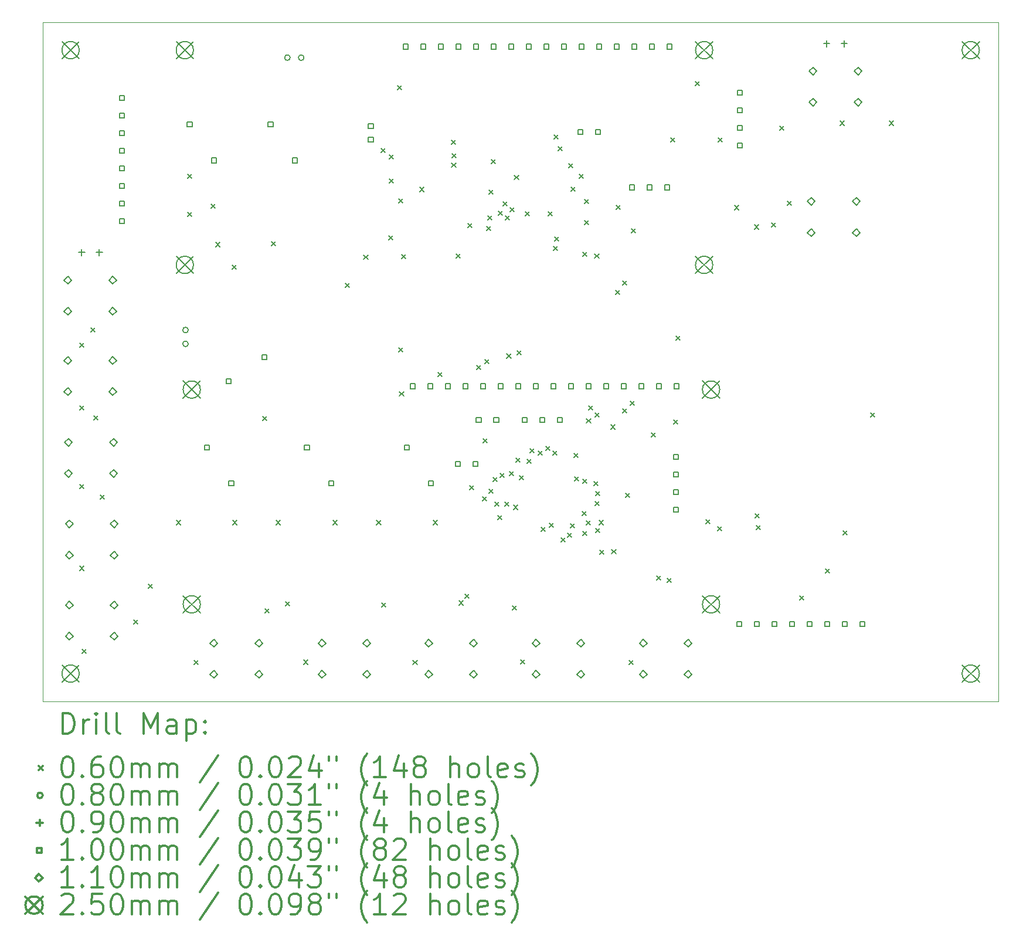
<source format=gbr>
%FSLAX45Y45*%
G04 Gerber Fmt 4.5, Leading zero omitted, Abs format (unit mm)*
G04 Created by KiCad (PCBNEW (5.1.5-0-10_14)) date 2020-05-11 17:30:37*
%MOMM*%
%LPD*%
G04 APERTURE LIST*
%TA.AperFunction,Profile*%
%ADD10C,0.050000*%
%TD*%
%ADD11C,0.200000*%
%ADD12C,0.300000*%
G04 APERTURE END LIST*
D10*
X2735785Y-13086938D02*
X2735785Y-3286938D01*
X11835785Y-3286938D02*
X16535785Y-3286938D01*
X2735785Y-3286938D02*
X11835785Y-3286938D01*
X16535785Y-13086938D02*
X2735785Y-13086938D01*
X16535785Y-3286938D02*
X16535785Y-13086938D01*
D11*
X3270785Y-7911938D02*
X3330785Y-7971938D01*
X3330785Y-7911938D02*
X3270785Y-7971938D01*
X3270785Y-8821938D02*
X3330785Y-8881938D01*
X3330785Y-8821938D02*
X3270785Y-8881938D01*
X3270785Y-9956938D02*
X3330785Y-10016938D01*
X3330785Y-9956938D02*
X3270785Y-10016938D01*
X3270785Y-11136938D02*
X3330785Y-11196938D01*
X3330785Y-11136938D02*
X3270785Y-11196938D01*
X3300785Y-12331938D02*
X3360785Y-12391938D01*
X3360785Y-12331938D02*
X3300785Y-12391938D01*
X3430785Y-7691938D02*
X3490785Y-7751938D01*
X3490785Y-7691938D02*
X3430785Y-7751938D01*
X3470785Y-8966938D02*
X3530785Y-9026938D01*
X3530785Y-8966938D02*
X3470785Y-9026938D01*
X3560785Y-10106939D02*
X3620785Y-10166939D01*
X3620785Y-10106939D02*
X3560785Y-10166939D01*
X4045785Y-11911938D02*
X4105785Y-11971938D01*
X4105785Y-11911938D02*
X4045785Y-11971938D01*
X4255785Y-11391938D02*
X4315785Y-11451938D01*
X4315785Y-11391938D02*
X4255785Y-11451938D01*
X4665785Y-10476938D02*
X4725785Y-10536938D01*
X4725785Y-10476938D02*
X4665785Y-10536938D01*
X4822621Y-6031126D02*
X4882621Y-6091126D01*
X4882621Y-6031126D02*
X4822621Y-6091126D01*
X4824653Y-5480454D02*
X4884653Y-5540454D01*
X4884653Y-5480454D02*
X4824653Y-5540454D01*
X4920786Y-12496938D02*
X4980786Y-12556938D01*
X4980786Y-12496938D02*
X4920786Y-12556938D01*
X5165785Y-5906938D02*
X5225785Y-5966938D01*
X5225785Y-5906938D02*
X5165785Y-5966938D01*
X5232577Y-6463434D02*
X5292577Y-6523434D01*
X5292577Y-6463434D02*
X5232577Y-6523434D01*
X5465785Y-6786938D02*
X5525785Y-6846938D01*
X5525785Y-6786938D02*
X5465785Y-6846938D01*
X5475785Y-10476938D02*
X5535785Y-10536938D01*
X5535785Y-10476938D02*
X5475785Y-10536938D01*
X5905785Y-8976938D02*
X5965785Y-9036938D01*
X5965785Y-8976938D02*
X5905785Y-9036938D01*
X5940785Y-11751938D02*
X6000785Y-11811938D01*
X6000785Y-11751938D02*
X5940785Y-11811938D01*
X6034709Y-6448702D02*
X6094709Y-6508702D01*
X6094709Y-6448702D02*
X6034709Y-6508702D01*
X6105785Y-10476938D02*
X6165785Y-10536938D01*
X6165785Y-10476938D02*
X6105785Y-10536938D01*
X6240785Y-11651938D02*
X6300785Y-11711938D01*
X6300785Y-11651938D02*
X6240785Y-11711938D01*
X6500785Y-12491938D02*
X6560785Y-12551938D01*
X6560785Y-12491938D02*
X6500785Y-12551938D01*
X6925785Y-10476938D02*
X6985785Y-10536938D01*
X6985785Y-10476938D02*
X6925785Y-10536938D01*
X7100785Y-7051938D02*
X7160785Y-7111938D01*
X7160785Y-7051938D02*
X7100785Y-7111938D01*
X7369733Y-6642758D02*
X7429733Y-6702758D01*
X7429733Y-6642758D02*
X7369733Y-6702758D01*
X7555785Y-10476938D02*
X7615785Y-10536938D01*
X7615785Y-10476938D02*
X7555785Y-10536938D01*
X7621193Y-5108090D02*
X7681193Y-5168090D01*
X7681193Y-5108090D02*
X7621193Y-5168090D01*
X7625785Y-11669439D02*
X7685785Y-11729439D01*
X7685785Y-11669439D02*
X7625785Y-11729439D01*
X7730921Y-6365390D02*
X7790921Y-6425390D01*
X7790921Y-6365390D02*
X7730921Y-6425390D01*
X7735493Y-5198134D02*
X7795493Y-5258134D01*
X7795493Y-5198134D02*
X7735493Y-5258134D01*
X7735785Y-5546938D02*
X7795785Y-5606938D01*
X7795785Y-5546938D02*
X7735785Y-5606938D01*
X7857921Y-4199278D02*
X7917921Y-4259278D01*
X7917921Y-4199278D02*
X7857921Y-4259278D01*
X7870785Y-7981938D02*
X7930785Y-8041938D01*
X7930785Y-7981938D02*
X7870785Y-8041938D01*
X7872145Y-5834530D02*
X7932145Y-5894530D01*
X7932145Y-5834530D02*
X7872145Y-5894530D01*
X7885785Y-8621938D02*
X7945785Y-8681938D01*
X7945785Y-8621938D02*
X7885785Y-8681938D01*
X7915785Y-6636938D02*
X7975785Y-6696938D01*
X7975785Y-6636938D02*
X7915785Y-6696938D01*
X8080785Y-12496938D02*
X8140785Y-12556938D01*
X8140785Y-12496938D02*
X8080785Y-12556938D01*
X8174405Y-5667906D02*
X8234405Y-5727906D01*
X8234405Y-5667906D02*
X8174405Y-5727906D01*
X8375785Y-10476938D02*
X8435785Y-10536938D01*
X8435785Y-10476938D02*
X8375785Y-10536938D01*
X8440785Y-8341938D02*
X8500785Y-8401938D01*
X8500785Y-8341938D02*
X8440785Y-8401938D01*
X8632621Y-4984646D02*
X8692621Y-5044646D01*
X8692621Y-4984646D02*
X8632621Y-5044646D01*
X8639967Y-5313572D02*
X8699967Y-5373572D01*
X8699967Y-5313572D02*
X8639967Y-5373572D01*
X8647353Y-5183782D02*
X8707353Y-5243782D01*
X8707353Y-5183782D02*
X8647353Y-5243782D01*
X8705785Y-6626938D02*
X8765785Y-6686938D01*
X8765785Y-6626938D02*
X8705785Y-6686938D01*
X8745785Y-11636938D02*
X8805785Y-11696938D01*
X8805785Y-11636938D02*
X8745785Y-11696938D01*
X8833284Y-11536939D02*
X8893284Y-11596939D01*
X8893284Y-11536939D02*
X8833284Y-11596939D01*
X8870785Y-6186938D02*
X8930785Y-6246938D01*
X8930785Y-6186938D02*
X8870785Y-6246938D01*
X8900785Y-9971938D02*
X8960785Y-10031938D01*
X8960785Y-9971938D02*
X8900785Y-10031938D01*
X8995785Y-8236938D02*
X9055785Y-8296938D01*
X9055785Y-8236938D02*
X8995785Y-8296938D01*
X9085785Y-10136938D02*
X9145785Y-10196938D01*
X9145785Y-10136938D02*
X9085785Y-10196938D01*
X9090785Y-9291938D02*
X9150785Y-9351938D01*
X9150785Y-9291938D02*
X9090785Y-9351938D01*
X9120785Y-8151938D02*
X9180785Y-8211938D01*
X9180785Y-8151938D02*
X9120785Y-8211938D01*
X9140785Y-6231938D02*
X9200785Y-6291938D01*
X9200785Y-6231938D02*
X9140785Y-6291938D01*
X9160785Y-6081938D02*
X9220785Y-6141938D01*
X9220785Y-6081938D02*
X9160785Y-6141938D01*
X9175785Y-5706938D02*
X9235785Y-5766938D01*
X9235785Y-5706938D02*
X9175785Y-5766938D01*
X9175785Y-10021938D02*
X9235785Y-10081938D01*
X9235785Y-10021938D02*
X9175785Y-10081938D01*
X9207949Y-5269126D02*
X9267949Y-5329126D01*
X9267949Y-5269126D02*
X9207949Y-5329126D01*
X9239086Y-9856937D02*
X9299086Y-9916937D01*
X9299086Y-9856937D02*
X9239086Y-9916937D01*
X9265785Y-10211939D02*
X9325785Y-10271939D01*
X9325785Y-10211939D02*
X9265785Y-10271939D01*
X9305785Y-10406938D02*
X9365785Y-10466938D01*
X9365785Y-10406938D02*
X9305785Y-10466938D01*
X9315785Y-6006938D02*
X9375785Y-6066938D01*
X9375785Y-6006938D02*
X9315785Y-6066938D01*
X9341906Y-9795065D02*
X9401906Y-9855065D01*
X9401906Y-9795065D02*
X9341906Y-9855065D01*
X9380785Y-5876938D02*
X9440785Y-5936938D01*
X9440785Y-5876938D02*
X9380785Y-5936938D01*
X9406962Y-10208932D02*
X9466962Y-10268932D01*
X9466962Y-10208932D02*
X9406962Y-10268932D01*
X9415785Y-6081939D02*
X9475785Y-6141939D01*
X9475785Y-6081939D02*
X9415785Y-6141939D01*
X9435785Y-8071938D02*
X9495785Y-8131938D01*
X9495785Y-8071938D02*
X9435785Y-8131938D01*
X9470785Y-9771938D02*
X9530785Y-9831938D01*
X9530785Y-9771938D02*
X9470785Y-9831938D01*
X9480785Y-5956938D02*
X9540785Y-6016938D01*
X9540785Y-5956938D02*
X9480785Y-6016938D01*
X9513285Y-11711938D02*
X9573285Y-11771938D01*
X9573285Y-11711938D02*
X9513285Y-11771938D01*
X9530785Y-10256938D02*
X9590785Y-10316938D01*
X9590785Y-10256938D02*
X9530785Y-10316938D01*
X9545785Y-5496938D02*
X9605785Y-5556938D01*
X9605785Y-5496938D02*
X9545785Y-5556938D01*
X9565785Y-9571938D02*
X9625785Y-9631938D01*
X9625785Y-9571938D02*
X9565785Y-9631938D01*
X9585785Y-8026938D02*
X9645785Y-8086938D01*
X9645785Y-8026938D02*
X9585785Y-8086938D01*
X9620785Y-9826938D02*
X9680785Y-9886938D01*
X9680785Y-9826938D02*
X9620785Y-9886938D01*
X9635785Y-12486938D02*
X9695785Y-12546938D01*
X9695785Y-12486938D02*
X9635785Y-12546938D01*
X9705785Y-6016938D02*
X9765785Y-6076938D01*
X9765785Y-6016938D02*
X9705785Y-6076938D01*
X9725785Y-9591938D02*
X9785785Y-9651938D01*
X9785785Y-9591938D02*
X9725785Y-9651938D01*
X9770785Y-9441938D02*
X9830785Y-9501938D01*
X9830785Y-9441938D02*
X9770785Y-9501938D01*
X9889246Y-9471202D02*
X9949246Y-9531202D01*
X9949246Y-9471202D02*
X9889246Y-9531202D01*
X9930785Y-10574653D02*
X9990785Y-10634653D01*
X9990785Y-10574653D02*
X9930785Y-10634653D01*
X10000785Y-9401938D02*
X10060785Y-9461938D01*
X10060785Y-9401938D02*
X10000785Y-9461938D01*
X10035785Y-6016938D02*
X10095785Y-6076938D01*
X10095785Y-6016938D02*
X10035785Y-6076938D01*
X10050785Y-10516938D02*
X10110785Y-10576938D01*
X10110785Y-10516938D02*
X10050785Y-10576938D01*
X10100785Y-9471938D02*
X10160785Y-9531938D01*
X10160785Y-9471938D02*
X10100785Y-9531938D01*
X10105785Y-6516938D02*
X10165785Y-6576938D01*
X10165785Y-6516938D02*
X10105785Y-6576938D01*
X10115785Y-4906939D02*
X10175785Y-4966939D01*
X10175785Y-4906939D02*
X10115785Y-4966939D01*
X10123176Y-6383204D02*
X10183176Y-6443204D01*
X10183176Y-6383204D02*
X10123176Y-6443204D01*
X10175785Y-5076938D02*
X10235785Y-5136938D01*
X10235785Y-5076938D02*
X10175785Y-5136938D01*
X10217086Y-10729725D02*
X10277086Y-10789725D01*
X10277086Y-10729725D02*
X10217086Y-10789725D01*
X10312818Y-10657366D02*
X10372818Y-10717366D01*
X10372818Y-10657366D02*
X10312818Y-10717366D01*
X10325785Y-5321938D02*
X10385785Y-5381938D01*
X10385785Y-5321938D02*
X10325785Y-5381938D01*
X10350785Y-10526938D02*
X10410785Y-10586938D01*
X10410785Y-10526938D02*
X10350785Y-10586938D01*
X10365785Y-5661938D02*
X10425785Y-5721938D01*
X10425785Y-5661938D02*
X10365785Y-5721938D01*
X10405785Y-9506938D02*
X10465785Y-9566938D01*
X10465785Y-9506938D02*
X10405785Y-9566938D01*
X10413206Y-9842952D02*
X10473206Y-9902952D01*
X10473206Y-9842952D02*
X10413206Y-9902952D01*
X10480785Y-5476938D02*
X10540785Y-5536938D01*
X10540785Y-5476938D02*
X10480785Y-5536938D01*
X10520785Y-10346938D02*
X10580785Y-10406938D01*
X10580785Y-10346938D02*
X10520785Y-10406938D01*
X10529181Y-10633422D02*
X10589181Y-10693422D01*
X10589181Y-10633422D02*
X10529181Y-10693422D01*
X10530785Y-6604439D02*
X10590785Y-6664439D01*
X10590785Y-6604439D02*
X10530785Y-6664439D01*
X10535785Y-9881938D02*
X10595785Y-9941938D01*
X10595785Y-9881938D02*
X10535785Y-9941938D01*
X10554385Y-5837578D02*
X10614385Y-5897578D01*
X10614385Y-5837578D02*
X10554385Y-5897578D01*
X10554385Y-6147966D02*
X10614385Y-6207966D01*
X10614385Y-6147966D02*
X10554385Y-6207966D01*
X10585786Y-10481938D02*
X10645786Y-10541938D01*
X10645786Y-10481938D02*
X10585786Y-10541938D01*
X10586821Y-9011094D02*
X10646821Y-9071094D01*
X10646821Y-9011094D02*
X10586821Y-9071094D01*
X10615785Y-8821938D02*
X10675785Y-8881938D01*
X10675785Y-8821938D02*
X10615785Y-8881938D01*
X10690785Y-9911938D02*
X10750785Y-9971938D01*
X10750785Y-9911938D02*
X10690785Y-9971938D01*
X10705785Y-6631938D02*
X10765785Y-6691938D01*
X10765785Y-6631938D02*
X10705785Y-6691938D01*
X10710785Y-8926938D02*
X10770785Y-8986938D01*
X10770785Y-8926938D02*
X10710785Y-8986938D01*
X10710785Y-10201938D02*
X10770785Y-10261938D01*
X10770785Y-10201938D02*
X10710785Y-10261938D01*
X10717163Y-10056399D02*
X10777163Y-10116399D01*
X10777163Y-10056399D02*
X10717163Y-10116399D01*
X10720785Y-10591938D02*
X10780785Y-10651938D01*
X10780785Y-10591938D02*
X10720785Y-10651938D01*
X10770785Y-10476938D02*
X10830785Y-10536938D01*
X10830785Y-10476938D02*
X10770785Y-10536938D01*
X10780785Y-10906938D02*
X10840785Y-10966938D01*
X10840785Y-10906938D02*
X10780785Y-10966938D01*
X10940785Y-9096938D02*
X11000785Y-9156938D01*
X11000785Y-9096938D02*
X10940785Y-9156938D01*
X10950785Y-10896938D02*
X11010785Y-10956938D01*
X11010785Y-10896938D02*
X10950785Y-10956938D01*
X11008515Y-7153187D02*
X11068515Y-7213187D01*
X11068515Y-7153187D02*
X11008515Y-7213187D01*
X11010785Y-5926938D02*
X11070785Y-5986938D01*
X11070785Y-5926938D02*
X11010785Y-5986938D01*
X11110785Y-7021938D02*
X11170785Y-7081938D01*
X11170785Y-7021938D02*
X11110785Y-7081938D01*
X11110785Y-8866938D02*
X11170785Y-8926938D01*
X11170785Y-8866938D02*
X11110785Y-8926938D01*
X11150785Y-10086938D02*
X11210785Y-10146938D01*
X11210785Y-10086938D02*
X11150785Y-10146938D01*
X11200785Y-12496938D02*
X11260785Y-12556938D01*
X11260785Y-12496938D02*
X11200785Y-12556938D01*
X11220785Y-8756938D02*
X11280785Y-8816938D01*
X11280785Y-8756938D02*
X11220785Y-8816938D01*
X11234870Y-6267854D02*
X11294870Y-6327854D01*
X11294870Y-6267854D02*
X11234870Y-6327854D01*
X11520785Y-9211938D02*
X11580785Y-9271938D01*
X11580785Y-9211938D02*
X11520785Y-9271938D01*
X11595785Y-11276938D02*
X11655785Y-11336938D01*
X11655785Y-11276938D02*
X11595785Y-11336938D01*
X11750785Y-11306938D02*
X11810785Y-11366938D01*
X11810785Y-11306938D02*
X11750785Y-11366938D01*
X11800785Y-4951938D02*
X11860785Y-5011938D01*
X11860785Y-4951938D02*
X11800785Y-5011938D01*
X11840785Y-9021938D02*
X11900785Y-9081938D01*
X11900785Y-9021938D02*
X11840785Y-9081938D01*
X11880785Y-7816938D02*
X11940785Y-7876938D01*
X11940785Y-7816938D02*
X11880785Y-7876938D01*
X12155785Y-4136938D02*
X12215785Y-4196938D01*
X12215785Y-4136938D02*
X12155785Y-4196938D01*
X12310785Y-10461938D02*
X12370785Y-10521938D01*
X12370785Y-10461938D02*
X12310785Y-10521938D01*
X12476337Y-10569203D02*
X12536337Y-10629203D01*
X12536337Y-10569203D02*
X12476337Y-10629203D01*
X12490785Y-4951939D02*
X12550785Y-5011939D01*
X12550785Y-4951939D02*
X12490785Y-5011939D01*
X12722820Y-5929904D02*
X12782820Y-5989904D01*
X12782820Y-5929904D02*
X12722820Y-5989904D01*
X13010565Y-6209434D02*
X13070565Y-6269434D01*
X13070565Y-6209434D02*
X13010565Y-6269434D01*
X13024786Y-10380602D02*
X13084786Y-10440602D01*
X13084786Y-10380602D02*
X13024786Y-10440602D01*
X13040785Y-10546939D02*
X13100785Y-10606939D01*
X13100785Y-10546939D02*
X13040785Y-10606939D01*
X13256437Y-6180986D02*
X13316437Y-6240986D01*
X13316437Y-6180986D02*
X13256437Y-6240986D01*
X13377849Y-4782462D02*
X13437849Y-4842462D01*
X13437849Y-4782462D02*
X13377849Y-4842462D01*
X13487577Y-5865518D02*
X13547577Y-5925518D01*
X13547577Y-5865518D02*
X13487577Y-5925518D01*
X13660785Y-11566938D02*
X13720785Y-11626938D01*
X13720785Y-11566938D02*
X13660785Y-11626938D01*
X14034185Y-11178538D02*
X14094185Y-11238538D01*
X14094185Y-11178538D02*
X14034185Y-11238538D01*
X14245005Y-4710834D02*
X14305005Y-4770834D01*
X14305005Y-4710834D02*
X14245005Y-4770834D01*
X14290785Y-10621938D02*
X14350785Y-10681938D01*
X14350785Y-10621938D02*
X14290785Y-10681938D01*
X14685785Y-8921938D02*
X14745785Y-8981938D01*
X14745785Y-8921938D02*
X14685785Y-8981938D01*
X14957221Y-4710834D02*
X15017221Y-4770834D01*
X15017221Y-4710834D02*
X14957221Y-4770834D01*
X6306385Y-3794938D02*
G75*
G03X6306385Y-3794938I-40000J0D01*
G01*
X6506385Y-3794938D02*
G75*
G03X6506385Y-3794938I-40000J0D01*
G01*
X4835785Y-7726938D02*
G75*
G03X4835785Y-7726938I-40000J0D01*
G01*
X4835785Y-7926938D02*
G75*
G03X4835785Y-7926938I-40000J0D01*
G01*
X14055041Y-3548770D02*
X14055041Y-3638770D01*
X14010041Y-3593770D02*
X14100041Y-3593770D01*
X14309041Y-3548770D02*
X14309041Y-3638770D01*
X14264041Y-3593770D02*
X14354041Y-3593770D01*
X3295785Y-6561938D02*
X3295785Y-6651938D01*
X3250785Y-6606938D02*
X3340785Y-6606938D01*
X3549785Y-6561938D02*
X3549785Y-6651938D01*
X3504785Y-6606938D02*
X3594785Y-6606938D01*
X4892053Y-4793654D02*
X4892053Y-4722943D01*
X4821342Y-4722943D01*
X4821342Y-4793654D01*
X4892053Y-4793654D01*
X5242053Y-5313654D02*
X5242053Y-5242943D01*
X5171342Y-5242943D01*
X5171342Y-5313654D01*
X5242053Y-5313654D01*
X8762141Y-9697294D02*
X8762141Y-9626583D01*
X8691430Y-9626583D01*
X8691430Y-9697294D01*
X8762141Y-9697294D01*
X9016141Y-9697294D02*
X9016141Y-9626583D01*
X8945430Y-9626583D01*
X8945430Y-9697294D01*
X9016141Y-9697294D01*
X11915141Y-9596094D02*
X11915141Y-9525383D01*
X11844430Y-9525383D01*
X11844430Y-9596094D01*
X11915141Y-9596094D01*
X11915141Y-9850094D02*
X11915141Y-9779383D01*
X11844430Y-9779383D01*
X11844430Y-9850094D01*
X11915141Y-9850094D01*
X11915141Y-10104094D02*
X11915141Y-10033383D01*
X11844430Y-10033383D01*
X11844430Y-10104094D01*
X11915141Y-10104094D01*
X11915141Y-10358094D02*
X11915141Y-10287383D01*
X11844430Y-10287383D01*
X11844430Y-10358094D01*
X11915141Y-10358094D01*
X3914141Y-4414494D02*
X3914141Y-4343783D01*
X3843430Y-4343783D01*
X3843430Y-4414494D01*
X3914141Y-4414494D01*
X3914141Y-4668494D02*
X3914141Y-4597783D01*
X3843430Y-4597783D01*
X3843430Y-4668494D01*
X3914141Y-4668494D01*
X3914141Y-4922494D02*
X3914141Y-4851783D01*
X3843430Y-4851783D01*
X3843430Y-4922494D01*
X3914141Y-4922494D01*
X3914141Y-5176494D02*
X3914141Y-5105783D01*
X3843430Y-5105783D01*
X3843430Y-5176494D01*
X3914141Y-5176494D01*
X3914141Y-5430494D02*
X3914141Y-5359783D01*
X3843430Y-5359783D01*
X3843430Y-5430494D01*
X3914141Y-5430494D01*
X3914141Y-5684494D02*
X3914141Y-5613783D01*
X3843430Y-5613783D01*
X3843430Y-5684494D01*
X3914141Y-5684494D01*
X3914141Y-5938494D02*
X3914141Y-5867783D01*
X3843430Y-5867783D01*
X3843430Y-5938494D01*
X3914141Y-5938494D01*
X3914141Y-6192494D02*
X3914141Y-6121783D01*
X3843430Y-6121783D01*
X3843430Y-6192494D01*
X3914141Y-6192494D01*
X10531857Y-4900650D02*
X10531857Y-4829939D01*
X10461146Y-4829939D01*
X10461146Y-4900650D01*
X10531857Y-4900650D01*
X10785857Y-4900650D02*
X10785857Y-4829939D01*
X10715146Y-4829939D01*
X10715146Y-4900650D01*
X10785857Y-4900650D01*
X12829541Y-12009094D02*
X12829541Y-11938383D01*
X12758830Y-11938383D01*
X12758830Y-12009094D01*
X12829541Y-12009094D01*
X13083541Y-12009094D02*
X13083541Y-11938383D01*
X13012830Y-11938383D01*
X13012830Y-12009094D01*
X13083541Y-12009094D01*
X13337541Y-12009094D02*
X13337541Y-11938383D01*
X13266830Y-11938383D01*
X13266830Y-12009094D01*
X13337541Y-12009094D01*
X13591541Y-12009094D02*
X13591541Y-11938383D01*
X13520830Y-11938383D01*
X13520830Y-12009094D01*
X13591541Y-12009094D01*
X13845541Y-12009094D02*
X13845541Y-11938383D01*
X13774830Y-11938383D01*
X13774830Y-12009094D01*
X13845541Y-12009094D01*
X14099541Y-12009094D02*
X14099541Y-11938383D01*
X14028830Y-11938383D01*
X14028830Y-12009094D01*
X14099541Y-12009094D01*
X14353541Y-12009094D02*
X14353541Y-11938383D01*
X14282830Y-11938383D01*
X14282830Y-12009094D01*
X14353541Y-12009094D01*
X14607541Y-12009094D02*
X14607541Y-11938383D01*
X14536830Y-11938383D01*
X14536830Y-12009094D01*
X14607541Y-12009094D01*
X8111141Y-8572294D02*
X8111141Y-8501583D01*
X8040430Y-8501583D01*
X8040430Y-8572294D01*
X8111141Y-8572294D01*
X8365141Y-8572294D02*
X8365141Y-8501583D01*
X8294430Y-8501583D01*
X8294430Y-8572294D01*
X8365141Y-8572294D01*
X8619141Y-8572294D02*
X8619141Y-8501583D01*
X8548430Y-8501583D01*
X8548430Y-8572294D01*
X8619141Y-8572294D01*
X8873141Y-8572294D02*
X8873141Y-8501583D01*
X8802430Y-8501583D01*
X8802430Y-8572294D01*
X8873141Y-8572294D01*
X9127141Y-8572294D02*
X9127141Y-8501583D01*
X9056430Y-8501583D01*
X9056430Y-8572294D01*
X9127141Y-8572294D01*
X9381141Y-8572294D02*
X9381141Y-8501583D01*
X9310430Y-8501583D01*
X9310430Y-8572294D01*
X9381141Y-8572294D01*
X9635141Y-8572294D02*
X9635141Y-8501583D01*
X9564430Y-8501583D01*
X9564430Y-8572294D01*
X9635141Y-8572294D01*
X9889141Y-8572294D02*
X9889141Y-8501583D01*
X9818430Y-8501583D01*
X9818430Y-8572294D01*
X9889141Y-8572294D01*
X10143141Y-8572294D02*
X10143141Y-8501583D01*
X10072430Y-8501583D01*
X10072430Y-8572294D01*
X10143141Y-8572294D01*
X10397141Y-8572294D02*
X10397141Y-8501583D01*
X10326430Y-8501583D01*
X10326430Y-8572294D01*
X10397141Y-8572294D01*
X10651141Y-8572294D02*
X10651141Y-8501583D01*
X10580430Y-8501583D01*
X10580430Y-8572294D01*
X10651141Y-8572294D01*
X10905141Y-8572294D02*
X10905141Y-8501583D01*
X10834430Y-8501583D01*
X10834430Y-8572294D01*
X10905141Y-8572294D01*
X11159141Y-8572294D02*
X11159141Y-8501583D01*
X11088430Y-8501583D01*
X11088430Y-8572294D01*
X11159141Y-8572294D01*
X11413141Y-8572294D02*
X11413141Y-8501583D01*
X11342430Y-8501583D01*
X11342430Y-8572294D01*
X11413141Y-8572294D01*
X11667141Y-8572294D02*
X11667141Y-8501583D01*
X11596430Y-8501583D01*
X11596430Y-8572294D01*
X11667141Y-8572294D01*
X11921141Y-8572294D02*
X11921141Y-8501583D01*
X11850430Y-8501583D01*
X11850430Y-8572294D01*
X11921141Y-8572294D01*
X12835356Y-4335356D02*
X12835356Y-4264644D01*
X12764644Y-4264644D01*
X12764644Y-4335356D01*
X12835356Y-4335356D01*
X12835356Y-4589356D02*
X12835356Y-4518644D01*
X12764644Y-4518644D01*
X12764644Y-4589356D01*
X12835356Y-4589356D01*
X12835356Y-4843356D02*
X12835356Y-4772644D01*
X12764644Y-4772644D01*
X12764644Y-4843356D01*
X12835356Y-4843356D01*
X12835356Y-5097356D02*
X12835356Y-5026644D01*
X12764644Y-5026644D01*
X12764644Y-5097356D01*
X12835356Y-5097356D01*
X6060453Y-4793654D02*
X6060453Y-4722943D01*
X5989742Y-4722943D01*
X5989742Y-4793654D01*
X6060453Y-4793654D01*
X6410453Y-5313654D02*
X6410453Y-5242943D01*
X6339742Y-5242943D01*
X6339742Y-5313654D01*
X6410453Y-5313654D01*
X11280649Y-5704814D02*
X11280649Y-5634103D01*
X11209938Y-5634103D01*
X11209938Y-5704814D01*
X11280649Y-5704814D01*
X11534649Y-5704814D02*
X11534649Y-5634103D01*
X11463938Y-5634103D01*
X11463938Y-5704814D01*
X11534649Y-5704814D01*
X11788649Y-5704814D02*
X11788649Y-5634103D01*
X11717938Y-5634103D01*
X11717938Y-5704814D01*
X11788649Y-5704814D01*
X7508241Y-4820894D02*
X7508241Y-4750183D01*
X7437530Y-4750183D01*
X7437530Y-4820894D01*
X7508241Y-4820894D01*
X7508241Y-5010894D02*
X7508241Y-4940183D01*
X7437530Y-4940183D01*
X7437530Y-5010894D01*
X7508241Y-5010894D01*
X8011141Y-3672294D02*
X8011141Y-3601583D01*
X7940430Y-3601583D01*
X7940430Y-3672294D01*
X8011141Y-3672294D01*
X8265141Y-3672294D02*
X8265141Y-3601583D01*
X8194430Y-3601583D01*
X8194430Y-3672294D01*
X8265141Y-3672294D01*
X8519141Y-3672294D02*
X8519141Y-3601583D01*
X8448430Y-3601583D01*
X8448430Y-3672294D01*
X8519141Y-3672294D01*
X8773141Y-3672294D02*
X8773141Y-3601583D01*
X8702430Y-3601583D01*
X8702430Y-3672294D01*
X8773141Y-3672294D01*
X9027141Y-3672294D02*
X9027141Y-3601583D01*
X8956430Y-3601583D01*
X8956430Y-3672294D01*
X9027141Y-3672294D01*
X9281141Y-3672294D02*
X9281141Y-3601583D01*
X9210430Y-3601583D01*
X9210430Y-3672294D01*
X9281141Y-3672294D01*
X9535141Y-3672294D02*
X9535141Y-3601583D01*
X9464430Y-3601583D01*
X9464430Y-3672294D01*
X9535141Y-3672294D01*
X9789141Y-3672294D02*
X9789141Y-3601583D01*
X9718430Y-3601583D01*
X9718430Y-3672294D01*
X9789141Y-3672294D01*
X10043141Y-3672294D02*
X10043141Y-3601583D01*
X9972430Y-3601583D01*
X9972430Y-3672294D01*
X10043141Y-3672294D01*
X10297141Y-3672294D02*
X10297141Y-3601583D01*
X10226430Y-3601583D01*
X10226430Y-3672294D01*
X10297141Y-3672294D01*
X10551141Y-3672294D02*
X10551141Y-3601583D01*
X10480430Y-3601583D01*
X10480430Y-3672294D01*
X10551141Y-3672294D01*
X10805141Y-3672294D02*
X10805141Y-3601583D01*
X10734430Y-3601583D01*
X10734430Y-3672294D01*
X10805141Y-3672294D01*
X11059141Y-3672294D02*
X11059141Y-3601583D01*
X10988430Y-3601583D01*
X10988430Y-3672294D01*
X11059141Y-3672294D01*
X11313141Y-3672294D02*
X11313141Y-3601583D01*
X11242430Y-3601583D01*
X11242430Y-3672294D01*
X11313141Y-3672294D01*
X11567141Y-3672294D02*
X11567141Y-3601583D01*
X11496430Y-3601583D01*
X11496430Y-3672294D01*
X11567141Y-3672294D01*
X11821141Y-3672294D02*
X11821141Y-3601583D01*
X11750430Y-3601583D01*
X11750430Y-3672294D01*
X11821141Y-3672294D01*
X5451141Y-8502294D02*
X5451141Y-8431583D01*
X5380430Y-8431583D01*
X5380430Y-8502294D01*
X5451141Y-8502294D01*
X5971141Y-8152294D02*
X5971141Y-8081583D01*
X5900430Y-8081583D01*
X5900430Y-8152294D01*
X5971141Y-8152294D01*
X5141141Y-9457294D02*
X5141141Y-9386583D01*
X5070430Y-9386583D01*
X5070430Y-9457294D01*
X5141141Y-9457294D01*
X5491141Y-9977294D02*
X5491141Y-9906583D01*
X5420430Y-9906583D01*
X5420430Y-9977294D01*
X5491141Y-9977294D01*
X8026341Y-9457294D02*
X8026341Y-9386583D01*
X7955630Y-9386583D01*
X7955630Y-9457294D01*
X8026341Y-9457294D01*
X8376341Y-9977294D02*
X8376341Y-9906583D01*
X8305630Y-9906583D01*
X8305630Y-9977294D01*
X8376341Y-9977294D01*
X6583741Y-9457294D02*
X6583741Y-9386583D01*
X6513030Y-9386583D01*
X6513030Y-9457294D01*
X6583741Y-9457294D01*
X6933741Y-9977294D02*
X6933741Y-9906583D01*
X6863030Y-9906583D01*
X6863030Y-9977294D01*
X6933741Y-9977294D01*
X9066141Y-9062294D02*
X9066141Y-8991583D01*
X8995430Y-8991583D01*
X8995430Y-9062294D01*
X9066141Y-9062294D01*
X9320141Y-9062294D02*
X9320141Y-8991583D01*
X9249430Y-8991583D01*
X9249430Y-9062294D01*
X9320141Y-9062294D01*
X9731141Y-9062294D02*
X9731141Y-8991583D01*
X9660430Y-8991583D01*
X9660430Y-9062294D01*
X9731141Y-9062294D01*
X9985141Y-9062294D02*
X9985141Y-8991583D01*
X9914430Y-8991583D01*
X9914430Y-9062294D01*
X9985141Y-9062294D01*
X10239141Y-9062294D02*
X10239141Y-8991583D01*
X10168430Y-8991583D01*
X10168430Y-9062294D01*
X10239141Y-9062294D01*
X13857785Y-4042938D02*
X13912785Y-3987938D01*
X13857785Y-3932938D01*
X13802785Y-3987938D01*
X13857785Y-4042938D01*
X13857785Y-4492938D02*
X13912785Y-4437938D01*
X13857785Y-4382938D01*
X13802785Y-4437938D01*
X13857785Y-4492938D01*
X14507785Y-4042938D02*
X14562785Y-3987938D01*
X14507785Y-3932938D01*
X14452785Y-3987938D01*
X14507785Y-4042938D01*
X14507785Y-4492938D02*
X14562785Y-4437938D01*
X14507785Y-4382938D01*
X14452785Y-4437938D01*
X14507785Y-4492938D01*
X11405785Y-12301938D02*
X11460785Y-12246938D01*
X11405785Y-12191938D01*
X11350785Y-12246938D01*
X11405785Y-12301938D01*
X11405785Y-12751938D02*
X11460785Y-12696938D01*
X11405785Y-12641938D01*
X11350785Y-12696938D01*
X11405785Y-12751938D01*
X12055785Y-12301938D02*
X12110785Y-12246938D01*
X12055785Y-12191938D01*
X12000785Y-12246938D01*
X12055785Y-12301938D01*
X12055785Y-12751938D02*
X12110785Y-12696938D01*
X12055785Y-12641938D01*
X12000785Y-12696938D01*
X12055785Y-12751938D01*
X3095785Y-7061938D02*
X3150785Y-7006938D01*
X3095785Y-6951938D01*
X3040785Y-7006938D01*
X3095785Y-7061938D01*
X3095785Y-7511938D02*
X3150785Y-7456938D01*
X3095785Y-7401938D01*
X3040785Y-7456938D01*
X3095785Y-7511938D01*
X3745785Y-7061938D02*
X3800785Y-7006938D01*
X3745785Y-6951938D01*
X3690785Y-7006938D01*
X3745785Y-7061938D01*
X3745785Y-7511938D02*
X3800785Y-7456938D01*
X3745785Y-7401938D01*
X3690785Y-7456938D01*
X3745785Y-7511938D01*
X9855785Y-12301938D02*
X9910785Y-12246938D01*
X9855785Y-12191938D01*
X9800785Y-12246938D01*
X9855785Y-12301938D01*
X9855785Y-12751938D02*
X9910785Y-12696938D01*
X9855785Y-12641938D01*
X9800785Y-12696938D01*
X9855785Y-12751938D01*
X10505785Y-12301938D02*
X10560785Y-12246938D01*
X10505785Y-12191938D01*
X10450785Y-12246938D01*
X10505785Y-12301938D01*
X10505785Y-12751938D02*
X10560785Y-12696938D01*
X10505785Y-12641938D01*
X10450785Y-12696938D01*
X10505785Y-12751938D01*
X13833045Y-5925714D02*
X13888045Y-5870714D01*
X13833045Y-5815714D01*
X13778045Y-5870714D01*
X13833045Y-5925714D01*
X13833045Y-6375714D02*
X13888045Y-6320714D01*
X13833045Y-6265714D01*
X13778045Y-6320714D01*
X13833045Y-6375714D01*
X14483045Y-5925714D02*
X14538045Y-5870714D01*
X14483045Y-5815714D01*
X14428045Y-5870714D01*
X14483045Y-5925714D01*
X14483045Y-6375714D02*
X14538045Y-6320714D01*
X14483045Y-6265714D01*
X14428045Y-6320714D01*
X14483045Y-6375714D01*
X3115785Y-11751938D02*
X3170785Y-11696938D01*
X3115785Y-11641938D01*
X3060785Y-11696938D01*
X3115785Y-11751938D01*
X3115785Y-12201938D02*
X3170785Y-12146938D01*
X3115785Y-12091938D01*
X3060785Y-12146938D01*
X3115785Y-12201938D01*
X3765785Y-11751938D02*
X3820785Y-11696938D01*
X3765785Y-11641938D01*
X3710785Y-11696938D01*
X3765785Y-11751938D01*
X3765785Y-12201938D02*
X3820785Y-12146938D01*
X3765785Y-12091938D01*
X3710785Y-12146938D01*
X3765785Y-12201938D01*
X3095785Y-8221938D02*
X3150785Y-8166938D01*
X3095785Y-8111938D01*
X3040785Y-8166938D01*
X3095785Y-8221938D01*
X3095785Y-8671938D02*
X3150785Y-8616938D01*
X3095785Y-8561938D01*
X3040785Y-8616938D01*
X3095785Y-8671938D01*
X3745785Y-8221938D02*
X3800785Y-8166938D01*
X3745785Y-8111938D01*
X3690785Y-8166938D01*
X3745785Y-8221938D01*
X3745785Y-8671938D02*
X3800785Y-8616938D01*
X3745785Y-8561938D01*
X3690785Y-8616938D01*
X3745785Y-8671938D01*
X8305785Y-12301938D02*
X8360785Y-12246938D01*
X8305785Y-12191938D01*
X8250785Y-12246938D01*
X8305785Y-12301938D01*
X8305785Y-12751938D02*
X8360785Y-12696938D01*
X8305785Y-12641938D01*
X8250785Y-12696938D01*
X8305785Y-12751938D01*
X8955785Y-12301938D02*
X9010785Y-12246938D01*
X8955785Y-12191938D01*
X8900785Y-12246938D01*
X8955785Y-12301938D01*
X8955785Y-12751938D02*
X9010785Y-12696938D01*
X8955785Y-12641938D01*
X8900785Y-12696938D01*
X8955785Y-12751938D01*
X3115785Y-10581938D02*
X3170785Y-10526938D01*
X3115785Y-10471938D01*
X3060785Y-10526938D01*
X3115785Y-10581938D01*
X3115785Y-11031938D02*
X3170785Y-10976938D01*
X3115785Y-10921938D01*
X3060785Y-10976938D01*
X3115785Y-11031938D01*
X3765785Y-10581938D02*
X3820785Y-10526938D01*
X3765785Y-10471938D01*
X3710785Y-10526938D01*
X3765785Y-10581938D01*
X3765785Y-11031938D02*
X3820785Y-10976938D01*
X3765785Y-10921938D01*
X3710785Y-10976938D01*
X3765785Y-11031938D01*
X3105785Y-9401938D02*
X3160785Y-9346938D01*
X3105785Y-9291938D01*
X3050785Y-9346938D01*
X3105785Y-9401938D01*
X3105785Y-9851938D02*
X3160785Y-9796938D01*
X3105785Y-9741938D01*
X3050785Y-9796938D01*
X3105785Y-9851938D01*
X3755785Y-9401938D02*
X3810785Y-9346938D01*
X3755785Y-9291938D01*
X3700785Y-9346938D01*
X3755785Y-9401938D01*
X3755785Y-9851938D02*
X3810785Y-9796938D01*
X3755785Y-9741938D01*
X3700785Y-9796938D01*
X3755785Y-9851938D01*
X6765785Y-12301938D02*
X6820785Y-12246938D01*
X6765785Y-12191938D01*
X6710785Y-12246938D01*
X6765785Y-12301938D01*
X6765785Y-12751938D02*
X6820785Y-12696938D01*
X6765785Y-12641938D01*
X6710785Y-12696938D01*
X6765785Y-12751938D01*
X7415785Y-12301938D02*
X7470785Y-12246938D01*
X7415785Y-12191938D01*
X7360785Y-12246938D01*
X7415785Y-12301938D01*
X7415785Y-12751938D02*
X7470785Y-12696938D01*
X7415785Y-12641938D01*
X7360785Y-12696938D01*
X7415785Y-12751938D01*
X5205785Y-12301938D02*
X5260785Y-12246938D01*
X5205785Y-12191938D01*
X5150785Y-12246938D01*
X5205785Y-12301938D01*
X5205785Y-12751938D02*
X5260785Y-12696938D01*
X5205785Y-12641938D01*
X5150785Y-12696938D01*
X5205785Y-12751938D01*
X5855785Y-12301938D02*
X5910785Y-12246938D01*
X5855785Y-12191938D01*
X5800785Y-12246938D01*
X5855785Y-12301938D01*
X5855785Y-12751938D02*
X5910785Y-12696938D01*
X5855785Y-12641938D01*
X5800785Y-12696938D01*
X5855785Y-12751938D01*
X3010785Y-12561938D02*
X3260785Y-12811938D01*
X3260785Y-12561938D02*
X3010785Y-12811938D01*
X3260785Y-12686938D02*
G75*
G03X3260785Y-12686938I-125000J0D01*
G01*
X3010785Y-3561938D02*
X3260785Y-3811938D01*
X3260785Y-3561938D02*
X3010785Y-3811938D01*
X3260785Y-3686938D02*
G75*
G03X3260785Y-3686938I-125000J0D01*
G01*
X4760785Y-8461938D02*
X5010785Y-8711938D01*
X5010785Y-8461938D02*
X4760785Y-8711938D01*
X5010785Y-8586938D02*
G75*
G03X5010785Y-8586938I-125000J0D01*
G01*
X4760785Y-11561938D02*
X5010785Y-11811938D01*
X5010785Y-11561938D02*
X4760785Y-11811938D01*
X5010785Y-11686938D02*
G75*
G03X5010785Y-11686938I-125000J0D01*
G01*
X12260785Y-8461938D02*
X12510785Y-8711938D01*
X12510785Y-8461938D02*
X12260785Y-8711938D01*
X12510785Y-8586938D02*
G75*
G03X12510785Y-8586938I-125000J0D01*
G01*
X12260785Y-11561938D02*
X12510785Y-11811938D01*
X12510785Y-11561938D02*
X12260785Y-11811938D01*
X12510785Y-11686938D02*
G75*
G03X12510785Y-11686938I-125000J0D01*
G01*
X4660785Y-3561938D02*
X4910785Y-3811938D01*
X4910785Y-3561938D02*
X4660785Y-3811938D01*
X4910785Y-3686938D02*
G75*
G03X4910785Y-3686938I-125000J0D01*
G01*
X4660785Y-6661938D02*
X4910785Y-6911938D01*
X4910785Y-6661938D02*
X4660785Y-6911938D01*
X4910785Y-6786938D02*
G75*
G03X4910785Y-6786938I-125000J0D01*
G01*
X12160785Y-3561938D02*
X12410785Y-3811938D01*
X12410785Y-3561938D02*
X12160785Y-3811938D01*
X12410785Y-3686938D02*
G75*
G03X12410785Y-3686938I-125000J0D01*
G01*
X12160785Y-6661938D02*
X12410785Y-6911938D01*
X12410785Y-6661938D02*
X12160785Y-6911938D01*
X12410785Y-6786938D02*
G75*
G03X12410785Y-6786938I-125000J0D01*
G01*
X16010785Y-3561938D02*
X16260785Y-3811938D01*
X16260785Y-3561938D02*
X16010785Y-3811938D01*
X16260785Y-3686938D02*
G75*
G03X16260785Y-3686938I-125000J0D01*
G01*
X16010785Y-12561938D02*
X16260785Y-12811938D01*
X16260785Y-12561938D02*
X16010785Y-12811938D01*
X16260785Y-12686938D02*
G75*
G03X16260785Y-12686938I-125000J0D01*
G01*
D12*
X3019714Y-13555153D02*
X3019714Y-13255153D01*
X3091142Y-13255153D01*
X3133999Y-13269438D01*
X3162571Y-13298010D01*
X3176857Y-13326581D01*
X3191142Y-13383724D01*
X3191142Y-13426581D01*
X3176857Y-13483724D01*
X3162571Y-13512295D01*
X3133999Y-13540867D01*
X3091142Y-13555153D01*
X3019714Y-13555153D01*
X3319714Y-13555153D02*
X3319714Y-13355153D01*
X3319714Y-13412295D02*
X3333999Y-13383724D01*
X3348285Y-13369438D01*
X3376857Y-13355153D01*
X3405428Y-13355153D01*
X3505428Y-13555153D02*
X3505428Y-13355153D01*
X3505428Y-13255153D02*
X3491142Y-13269438D01*
X3505428Y-13283724D01*
X3519714Y-13269438D01*
X3505428Y-13255153D01*
X3505428Y-13283724D01*
X3691142Y-13555153D02*
X3662571Y-13540867D01*
X3648285Y-13512295D01*
X3648285Y-13255153D01*
X3848285Y-13555153D02*
X3819714Y-13540867D01*
X3805428Y-13512295D01*
X3805428Y-13255153D01*
X4191142Y-13555153D02*
X4191142Y-13255153D01*
X4291142Y-13469438D01*
X4391142Y-13255153D01*
X4391142Y-13555153D01*
X4662571Y-13555153D02*
X4662571Y-13398010D01*
X4648285Y-13369438D01*
X4619714Y-13355153D01*
X4562571Y-13355153D01*
X4534000Y-13369438D01*
X4662571Y-13540867D02*
X4634000Y-13555153D01*
X4562571Y-13555153D01*
X4534000Y-13540867D01*
X4519714Y-13512295D01*
X4519714Y-13483724D01*
X4534000Y-13455153D01*
X4562571Y-13440867D01*
X4634000Y-13440867D01*
X4662571Y-13426581D01*
X4805428Y-13355153D02*
X4805428Y-13655153D01*
X4805428Y-13369438D02*
X4834000Y-13355153D01*
X4891142Y-13355153D01*
X4919714Y-13369438D01*
X4934000Y-13383724D01*
X4948285Y-13412295D01*
X4948285Y-13498010D01*
X4934000Y-13526581D01*
X4919714Y-13540867D01*
X4891142Y-13555153D01*
X4834000Y-13555153D01*
X4805428Y-13540867D01*
X5076857Y-13526581D02*
X5091142Y-13540867D01*
X5076857Y-13555153D01*
X5062571Y-13540867D01*
X5076857Y-13526581D01*
X5076857Y-13555153D01*
X5076857Y-13369438D02*
X5091142Y-13383724D01*
X5076857Y-13398010D01*
X5062571Y-13383724D01*
X5076857Y-13369438D01*
X5076857Y-13398010D01*
X2673285Y-14019438D02*
X2733285Y-14079438D01*
X2733285Y-14019438D02*
X2673285Y-14079438D01*
X3076857Y-13885153D02*
X3105428Y-13885153D01*
X3133999Y-13899438D01*
X3148285Y-13913724D01*
X3162571Y-13942295D01*
X3176857Y-13999438D01*
X3176857Y-14070867D01*
X3162571Y-14128010D01*
X3148285Y-14156581D01*
X3133999Y-14170867D01*
X3105428Y-14185153D01*
X3076857Y-14185153D01*
X3048285Y-14170867D01*
X3033999Y-14156581D01*
X3019714Y-14128010D01*
X3005428Y-14070867D01*
X3005428Y-13999438D01*
X3019714Y-13942295D01*
X3033999Y-13913724D01*
X3048285Y-13899438D01*
X3076857Y-13885153D01*
X3305428Y-14156581D02*
X3319714Y-14170867D01*
X3305428Y-14185153D01*
X3291142Y-14170867D01*
X3305428Y-14156581D01*
X3305428Y-14185153D01*
X3576857Y-13885153D02*
X3519714Y-13885153D01*
X3491142Y-13899438D01*
X3476857Y-13913724D01*
X3448285Y-13956581D01*
X3433999Y-14013724D01*
X3433999Y-14128010D01*
X3448285Y-14156581D01*
X3462571Y-14170867D01*
X3491142Y-14185153D01*
X3548285Y-14185153D01*
X3576857Y-14170867D01*
X3591142Y-14156581D01*
X3605428Y-14128010D01*
X3605428Y-14056581D01*
X3591142Y-14028010D01*
X3576857Y-14013724D01*
X3548285Y-13999438D01*
X3491142Y-13999438D01*
X3462571Y-14013724D01*
X3448285Y-14028010D01*
X3433999Y-14056581D01*
X3791142Y-13885153D02*
X3819714Y-13885153D01*
X3848285Y-13899438D01*
X3862571Y-13913724D01*
X3876857Y-13942295D01*
X3891142Y-13999438D01*
X3891142Y-14070867D01*
X3876857Y-14128010D01*
X3862571Y-14156581D01*
X3848285Y-14170867D01*
X3819714Y-14185153D01*
X3791142Y-14185153D01*
X3762571Y-14170867D01*
X3748285Y-14156581D01*
X3733999Y-14128010D01*
X3719714Y-14070867D01*
X3719714Y-13999438D01*
X3733999Y-13942295D01*
X3748285Y-13913724D01*
X3762571Y-13899438D01*
X3791142Y-13885153D01*
X4019714Y-14185153D02*
X4019714Y-13985153D01*
X4019714Y-14013724D02*
X4033999Y-13999438D01*
X4062571Y-13985153D01*
X4105428Y-13985153D01*
X4133999Y-13999438D01*
X4148285Y-14028010D01*
X4148285Y-14185153D01*
X4148285Y-14028010D02*
X4162571Y-13999438D01*
X4191142Y-13985153D01*
X4234000Y-13985153D01*
X4262571Y-13999438D01*
X4276857Y-14028010D01*
X4276857Y-14185153D01*
X4419714Y-14185153D02*
X4419714Y-13985153D01*
X4419714Y-14013724D02*
X4434000Y-13999438D01*
X4462571Y-13985153D01*
X4505428Y-13985153D01*
X4534000Y-13999438D01*
X4548285Y-14028010D01*
X4548285Y-14185153D01*
X4548285Y-14028010D02*
X4562571Y-13999438D01*
X4591142Y-13985153D01*
X4634000Y-13985153D01*
X4662571Y-13999438D01*
X4676857Y-14028010D01*
X4676857Y-14185153D01*
X5262571Y-13870867D02*
X5005428Y-14256581D01*
X5648285Y-13885153D02*
X5676857Y-13885153D01*
X5705428Y-13899438D01*
X5719714Y-13913724D01*
X5733999Y-13942295D01*
X5748285Y-13999438D01*
X5748285Y-14070867D01*
X5733999Y-14128010D01*
X5719714Y-14156581D01*
X5705428Y-14170867D01*
X5676857Y-14185153D01*
X5648285Y-14185153D01*
X5619714Y-14170867D01*
X5605428Y-14156581D01*
X5591142Y-14128010D01*
X5576857Y-14070867D01*
X5576857Y-13999438D01*
X5591142Y-13942295D01*
X5605428Y-13913724D01*
X5619714Y-13899438D01*
X5648285Y-13885153D01*
X5876857Y-14156581D02*
X5891142Y-14170867D01*
X5876857Y-14185153D01*
X5862571Y-14170867D01*
X5876857Y-14156581D01*
X5876857Y-14185153D01*
X6076857Y-13885153D02*
X6105428Y-13885153D01*
X6133999Y-13899438D01*
X6148285Y-13913724D01*
X6162571Y-13942295D01*
X6176857Y-13999438D01*
X6176857Y-14070867D01*
X6162571Y-14128010D01*
X6148285Y-14156581D01*
X6133999Y-14170867D01*
X6105428Y-14185153D01*
X6076857Y-14185153D01*
X6048285Y-14170867D01*
X6033999Y-14156581D01*
X6019714Y-14128010D01*
X6005428Y-14070867D01*
X6005428Y-13999438D01*
X6019714Y-13942295D01*
X6033999Y-13913724D01*
X6048285Y-13899438D01*
X6076857Y-13885153D01*
X6291142Y-13913724D02*
X6305428Y-13899438D01*
X6333999Y-13885153D01*
X6405428Y-13885153D01*
X6433999Y-13899438D01*
X6448285Y-13913724D01*
X6462571Y-13942295D01*
X6462571Y-13970867D01*
X6448285Y-14013724D01*
X6276857Y-14185153D01*
X6462571Y-14185153D01*
X6719714Y-13985153D02*
X6719714Y-14185153D01*
X6648285Y-13870867D02*
X6576857Y-14085153D01*
X6762571Y-14085153D01*
X6862571Y-13885153D02*
X6862571Y-13942295D01*
X6976857Y-13885153D02*
X6976857Y-13942295D01*
X7419714Y-14299438D02*
X7405428Y-14285153D01*
X7376857Y-14242295D01*
X7362571Y-14213724D01*
X7348285Y-14170867D01*
X7333999Y-14099438D01*
X7333999Y-14042295D01*
X7348285Y-13970867D01*
X7362571Y-13928010D01*
X7376857Y-13899438D01*
X7405428Y-13856581D01*
X7419714Y-13842295D01*
X7691142Y-14185153D02*
X7519714Y-14185153D01*
X7605428Y-14185153D02*
X7605428Y-13885153D01*
X7576857Y-13928010D01*
X7548285Y-13956581D01*
X7519714Y-13970867D01*
X7948285Y-13985153D02*
X7948285Y-14185153D01*
X7876857Y-13870867D02*
X7805428Y-14085153D01*
X7991142Y-14085153D01*
X8148285Y-14013724D02*
X8119714Y-13999438D01*
X8105428Y-13985153D01*
X8091142Y-13956581D01*
X8091142Y-13942295D01*
X8105428Y-13913724D01*
X8119714Y-13899438D01*
X8148285Y-13885153D01*
X8205428Y-13885153D01*
X8233999Y-13899438D01*
X8248285Y-13913724D01*
X8262571Y-13942295D01*
X8262571Y-13956581D01*
X8248285Y-13985153D01*
X8233999Y-13999438D01*
X8205428Y-14013724D01*
X8148285Y-14013724D01*
X8119714Y-14028010D01*
X8105428Y-14042295D01*
X8091142Y-14070867D01*
X8091142Y-14128010D01*
X8105428Y-14156581D01*
X8119714Y-14170867D01*
X8148285Y-14185153D01*
X8205428Y-14185153D01*
X8233999Y-14170867D01*
X8248285Y-14156581D01*
X8262571Y-14128010D01*
X8262571Y-14070867D01*
X8248285Y-14042295D01*
X8233999Y-14028010D01*
X8205428Y-14013724D01*
X8619714Y-14185153D02*
X8619714Y-13885153D01*
X8748285Y-14185153D02*
X8748285Y-14028010D01*
X8734000Y-13999438D01*
X8705428Y-13985153D01*
X8662571Y-13985153D01*
X8634000Y-13999438D01*
X8619714Y-14013724D01*
X8934000Y-14185153D02*
X8905428Y-14170867D01*
X8891142Y-14156581D01*
X8876857Y-14128010D01*
X8876857Y-14042295D01*
X8891142Y-14013724D01*
X8905428Y-13999438D01*
X8934000Y-13985153D01*
X8976857Y-13985153D01*
X9005428Y-13999438D01*
X9019714Y-14013724D01*
X9034000Y-14042295D01*
X9034000Y-14128010D01*
X9019714Y-14156581D01*
X9005428Y-14170867D01*
X8976857Y-14185153D01*
X8934000Y-14185153D01*
X9205428Y-14185153D02*
X9176857Y-14170867D01*
X9162571Y-14142295D01*
X9162571Y-13885153D01*
X9434000Y-14170867D02*
X9405428Y-14185153D01*
X9348285Y-14185153D01*
X9319714Y-14170867D01*
X9305428Y-14142295D01*
X9305428Y-14028010D01*
X9319714Y-13999438D01*
X9348285Y-13985153D01*
X9405428Y-13985153D01*
X9434000Y-13999438D01*
X9448285Y-14028010D01*
X9448285Y-14056581D01*
X9305428Y-14085153D01*
X9562571Y-14170867D02*
X9591142Y-14185153D01*
X9648285Y-14185153D01*
X9676857Y-14170867D01*
X9691142Y-14142295D01*
X9691142Y-14128010D01*
X9676857Y-14099438D01*
X9648285Y-14085153D01*
X9605428Y-14085153D01*
X9576857Y-14070867D01*
X9562571Y-14042295D01*
X9562571Y-14028010D01*
X9576857Y-13999438D01*
X9605428Y-13985153D01*
X9648285Y-13985153D01*
X9676857Y-13999438D01*
X9791142Y-14299438D02*
X9805428Y-14285153D01*
X9834000Y-14242295D01*
X9848285Y-14213724D01*
X9862571Y-14170867D01*
X9876857Y-14099438D01*
X9876857Y-14042295D01*
X9862571Y-13970867D01*
X9848285Y-13928010D01*
X9834000Y-13899438D01*
X9805428Y-13856581D01*
X9791142Y-13842295D01*
X2733285Y-14445438D02*
G75*
G03X2733285Y-14445438I-40000J0D01*
G01*
X3076857Y-14281153D02*
X3105428Y-14281153D01*
X3133999Y-14295438D01*
X3148285Y-14309724D01*
X3162571Y-14338295D01*
X3176857Y-14395438D01*
X3176857Y-14466867D01*
X3162571Y-14524010D01*
X3148285Y-14552581D01*
X3133999Y-14566867D01*
X3105428Y-14581153D01*
X3076857Y-14581153D01*
X3048285Y-14566867D01*
X3033999Y-14552581D01*
X3019714Y-14524010D01*
X3005428Y-14466867D01*
X3005428Y-14395438D01*
X3019714Y-14338295D01*
X3033999Y-14309724D01*
X3048285Y-14295438D01*
X3076857Y-14281153D01*
X3305428Y-14552581D02*
X3319714Y-14566867D01*
X3305428Y-14581153D01*
X3291142Y-14566867D01*
X3305428Y-14552581D01*
X3305428Y-14581153D01*
X3491142Y-14409724D02*
X3462571Y-14395438D01*
X3448285Y-14381153D01*
X3433999Y-14352581D01*
X3433999Y-14338295D01*
X3448285Y-14309724D01*
X3462571Y-14295438D01*
X3491142Y-14281153D01*
X3548285Y-14281153D01*
X3576857Y-14295438D01*
X3591142Y-14309724D01*
X3605428Y-14338295D01*
X3605428Y-14352581D01*
X3591142Y-14381153D01*
X3576857Y-14395438D01*
X3548285Y-14409724D01*
X3491142Y-14409724D01*
X3462571Y-14424010D01*
X3448285Y-14438295D01*
X3433999Y-14466867D01*
X3433999Y-14524010D01*
X3448285Y-14552581D01*
X3462571Y-14566867D01*
X3491142Y-14581153D01*
X3548285Y-14581153D01*
X3576857Y-14566867D01*
X3591142Y-14552581D01*
X3605428Y-14524010D01*
X3605428Y-14466867D01*
X3591142Y-14438295D01*
X3576857Y-14424010D01*
X3548285Y-14409724D01*
X3791142Y-14281153D02*
X3819714Y-14281153D01*
X3848285Y-14295438D01*
X3862571Y-14309724D01*
X3876857Y-14338295D01*
X3891142Y-14395438D01*
X3891142Y-14466867D01*
X3876857Y-14524010D01*
X3862571Y-14552581D01*
X3848285Y-14566867D01*
X3819714Y-14581153D01*
X3791142Y-14581153D01*
X3762571Y-14566867D01*
X3748285Y-14552581D01*
X3733999Y-14524010D01*
X3719714Y-14466867D01*
X3719714Y-14395438D01*
X3733999Y-14338295D01*
X3748285Y-14309724D01*
X3762571Y-14295438D01*
X3791142Y-14281153D01*
X4019714Y-14581153D02*
X4019714Y-14381153D01*
X4019714Y-14409724D02*
X4033999Y-14395438D01*
X4062571Y-14381153D01*
X4105428Y-14381153D01*
X4133999Y-14395438D01*
X4148285Y-14424010D01*
X4148285Y-14581153D01*
X4148285Y-14424010D02*
X4162571Y-14395438D01*
X4191142Y-14381153D01*
X4234000Y-14381153D01*
X4262571Y-14395438D01*
X4276857Y-14424010D01*
X4276857Y-14581153D01*
X4419714Y-14581153D02*
X4419714Y-14381153D01*
X4419714Y-14409724D02*
X4434000Y-14395438D01*
X4462571Y-14381153D01*
X4505428Y-14381153D01*
X4534000Y-14395438D01*
X4548285Y-14424010D01*
X4548285Y-14581153D01*
X4548285Y-14424010D02*
X4562571Y-14395438D01*
X4591142Y-14381153D01*
X4634000Y-14381153D01*
X4662571Y-14395438D01*
X4676857Y-14424010D01*
X4676857Y-14581153D01*
X5262571Y-14266867D02*
X5005428Y-14652581D01*
X5648285Y-14281153D02*
X5676857Y-14281153D01*
X5705428Y-14295438D01*
X5719714Y-14309724D01*
X5733999Y-14338295D01*
X5748285Y-14395438D01*
X5748285Y-14466867D01*
X5733999Y-14524010D01*
X5719714Y-14552581D01*
X5705428Y-14566867D01*
X5676857Y-14581153D01*
X5648285Y-14581153D01*
X5619714Y-14566867D01*
X5605428Y-14552581D01*
X5591142Y-14524010D01*
X5576857Y-14466867D01*
X5576857Y-14395438D01*
X5591142Y-14338295D01*
X5605428Y-14309724D01*
X5619714Y-14295438D01*
X5648285Y-14281153D01*
X5876857Y-14552581D02*
X5891142Y-14566867D01*
X5876857Y-14581153D01*
X5862571Y-14566867D01*
X5876857Y-14552581D01*
X5876857Y-14581153D01*
X6076857Y-14281153D02*
X6105428Y-14281153D01*
X6133999Y-14295438D01*
X6148285Y-14309724D01*
X6162571Y-14338295D01*
X6176857Y-14395438D01*
X6176857Y-14466867D01*
X6162571Y-14524010D01*
X6148285Y-14552581D01*
X6133999Y-14566867D01*
X6105428Y-14581153D01*
X6076857Y-14581153D01*
X6048285Y-14566867D01*
X6033999Y-14552581D01*
X6019714Y-14524010D01*
X6005428Y-14466867D01*
X6005428Y-14395438D01*
X6019714Y-14338295D01*
X6033999Y-14309724D01*
X6048285Y-14295438D01*
X6076857Y-14281153D01*
X6276857Y-14281153D02*
X6462571Y-14281153D01*
X6362571Y-14395438D01*
X6405428Y-14395438D01*
X6433999Y-14409724D01*
X6448285Y-14424010D01*
X6462571Y-14452581D01*
X6462571Y-14524010D01*
X6448285Y-14552581D01*
X6433999Y-14566867D01*
X6405428Y-14581153D01*
X6319714Y-14581153D01*
X6291142Y-14566867D01*
X6276857Y-14552581D01*
X6748285Y-14581153D02*
X6576857Y-14581153D01*
X6662571Y-14581153D02*
X6662571Y-14281153D01*
X6633999Y-14324010D01*
X6605428Y-14352581D01*
X6576857Y-14366867D01*
X6862571Y-14281153D02*
X6862571Y-14338295D01*
X6976857Y-14281153D02*
X6976857Y-14338295D01*
X7419714Y-14695438D02*
X7405428Y-14681153D01*
X7376857Y-14638295D01*
X7362571Y-14609724D01*
X7348285Y-14566867D01*
X7333999Y-14495438D01*
X7333999Y-14438295D01*
X7348285Y-14366867D01*
X7362571Y-14324010D01*
X7376857Y-14295438D01*
X7405428Y-14252581D01*
X7419714Y-14238295D01*
X7662571Y-14381153D02*
X7662571Y-14581153D01*
X7591142Y-14266867D02*
X7519714Y-14481153D01*
X7705428Y-14481153D01*
X8048285Y-14581153D02*
X8048285Y-14281153D01*
X8176857Y-14581153D02*
X8176857Y-14424010D01*
X8162571Y-14395438D01*
X8133999Y-14381153D01*
X8091142Y-14381153D01*
X8062571Y-14395438D01*
X8048285Y-14409724D01*
X8362571Y-14581153D02*
X8333999Y-14566867D01*
X8319714Y-14552581D01*
X8305428Y-14524010D01*
X8305428Y-14438295D01*
X8319714Y-14409724D01*
X8333999Y-14395438D01*
X8362571Y-14381153D01*
X8405428Y-14381153D01*
X8434000Y-14395438D01*
X8448285Y-14409724D01*
X8462571Y-14438295D01*
X8462571Y-14524010D01*
X8448285Y-14552581D01*
X8434000Y-14566867D01*
X8405428Y-14581153D01*
X8362571Y-14581153D01*
X8634000Y-14581153D02*
X8605428Y-14566867D01*
X8591142Y-14538295D01*
X8591142Y-14281153D01*
X8862571Y-14566867D02*
X8834000Y-14581153D01*
X8776857Y-14581153D01*
X8748285Y-14566867D01*
X8734000Y-14538295D01*
X8734000Y-14424010D01*
X8748285Y-14395438D01*
X8776857Y-14381153D01*
X8834000Y-14381153D01*
X8862571Y-14395438D01*
X8876857Y-14424010D01*
X8876857Y-14452581D01*
X8734000Y-14481153D01*
X8991142Y-14566867D02*
X9019714Y-14581153D01*
X9076857Y-14581153D01*
X9105428Y-14566867D01*
X9119714Y-14538295D01*
X9119714Y-14524010D01*
X9105428Y-14495438D01*
X9076857Y-14481153D01*
X9034000Y-14481153D01*
X9005428Y-14466867D01*
X8991142Y-14438295D01*
X8991142Y-14424010D01*
X9005428Y-14395438D01*
X9034000Y-14381153D01*
X9076857Y-14381153D01*
X9105428Y-14395438D01*
X9219714Y-14695438D02*
X9234000Y-14681153D01*
X9262571Y-14638295D01*
X9276857Y-14609724D01*
X9291142Y-14566867D01*
X9305428Y-14495438D01*
X9305428Y-14438295D01*
X9291142Y-14366867D01*
X9276857Y-14324010D01*
X9262571Y-14295438D01*
X9234000Y-14252581D01*
X9219714Y-14238295D01*
X2688285Y-14796438D02*
X2688285Y-14886438D01*
X2643285Y-14841438D02*
X2733285Y-14841438D01*
X3076857Y-14677153D02*
X3105428Y-14677153D01*
X3133999Y-14691438D01*
X3148285Y-14705724D01*
X3162571Y-14734295D01*
X3176857Y-14791438D01*
X3176857Y-14862867D01*
X3162571Y-14920010D01*
X3148285Y-14948581D01*
X3133999Y-14962867D01*
X3105428Y-14977153D01*
X3076857Y-14977153D01*
X3048285Y-14962867D01*
X3033999Y-14948581D01*
X3019714Y-14920010D01*
X3005428Y-14862867D01*
X3005428Y-14791438D01*
X3019714Y-14734295D01*
X3033999Y-14705724D01*
X3048285Y-14691438D01*
X3076857Y-14677153D01*
X3305428Y-14948581D02*
X3319714Y-14962867D01*
X3305428Y-14977153D01*
X3291142Y-14962867D01*
X3305428Y-14948581D01*
X3305428Y-14977153D01*
X3462571Y-14977153D02*
X3519714Y-14977153D01*
X3548285Y-14962867D01*
X3562571Y-14948581D01*
X3591142Y-14905724D01*
X3605428Y-14848581D01*
X3605428Y-14734295D01*
X3591142Y-14705724D01*
X3576857Y-14691438D01*
X3548285Y-14677153D01*
X3491142Y-14677153D01*
X3462571Y-14691438D01*
X3448285Y-14705724D01*
X3433999Y-14734295D01*
X3433999Y-14805724D01*
X3448285Y-14834295D01*
X3462571Y-14848581D01*
X3491142Y-14862867D01*
X3548285Y-14862867D01*
X3576857Y-14848581D01*
X3591142Y-14834295D01*
X3605428Y-14805724D01*
X3791142Y-14677153D02*
X3819714Y-14677153D01*
X3848285Y-14691438D01*
X3862571Y-14705724D01*
X3876857Y-14734295D01*
X3891142Y-14791438D01*
X3891142Y-14862867D01*
X3876857Y-14920010D01*
X3862571Y-14948581D01*
X3848285Y-14962867D01*
X3819714Y-14977153D01*
X3791142Y-14977153D01*
X3762571Y-14962867D01*
X3748285Y-14948581D01*
X3733999Y-14920010D01*
X3719714Y-14862867D01*
X3719714Y-14791438D01*
X3733999Y-14734295D01*
X3748285Y-14705724D01*
X3762571Y-14691438D01*
X3791142Y-14677153D01*
X4019714Y-14977153D02*
X4019714Y-14777153D01*
X4019714Y-14805724D02*
X4033999Y-14791438D01*
X4062571Y-14777153D01*
X4105428Y-14777153D01*
X4133999Y-14791438D01*
X4148285Y-14820010D01*
X4148285Y-14977153D01*
X4148285Y-14820010D02*
X4162571Y-14791438D01*
X4191142Y-14777153D01*
X4234000Y-14777153D01*
X4262571Y-14791438D01*
X4276857Y-14820010D01*
X4276857Y-14977153D01*
X4419714Y-14977153D02*
X4419714Y-14777153D01*
X4419714Y-14805724D02*
X4434000Y-14791438D01*
X4462571Y-14777153D01*
X4505428Y-14777153D01*
X4534000Y-14791438D01*
X4548285Y-14820010D01*
X4548285Y-14977153D01*
X4548285Y-14820010D02*
X4562571Y-14791438D01*
X4591142Y-14777153D01*
X4634000Y-14777153D01*
X4662571Y-14791438D01*
X4676857Y-14820010D01*
X4676857Y-14977153D01*
X5262571Y-14662867D02*
X5005428Y-15048581D01*
X5648285Y-14677153D02*
X5676857Y-14677153D01*
X5705428Y-14691438D01*
X5719714Y-14705724D01*
X5733999Y-14734295D01*
X5748285Y-14791438D01*
X5748285Y-14862867D01*
X5733999Y-14920010D01*
X5719714Y-14948581D01*
X5705428Y-14962867D01*
X5676857Y-14977153D01*
X5648285Y-14977153D01*
X5619714Y-14962867D01*
X5605428Y-14948581D01*
X5591142Y-14920010D01*
X5576857Y-14862867D01*
X5576857Y-14791438D01*
X5591142Y-14734295D01*
X5605428Y-14705724D01*
X5619714Y-14691438D01*
X5648285Y-14677153D01*
X5876857Y-14948581D02*
X5891142Y-14962867D01*
X5876857Y-14977153D01*
X5862571Y-14962867D01*
X5876857Y-14948581D01*
X5876857Y-14977153D01*
X6076857Y-14677153D02*
X6105428Y-14677153D01*
X6133999Y-14691438D01*
X6148285Y-14705724D01*
X6162571Y-14734295D01*
X6176857Y-14791438D01*
X6176857Y-14862867D01*
X6162571Y-14920010D01*
X6148285Y-14948581D01*
X6133999Y-14962867D01*
X6105428Y-14977153D01*
X6076857Y-14977153D01*
X6048285Y-14962867D01*
X6033999Y-14948581D01*
X6019714Y-14920010D01*
X6005428Y-14862867D01*
X6005428Y-14791438D01*
X6019714Y-14734295D01*
X6033999Y-14705724D01*
X6048285Y-14691438D01*
X6076857Y-14677153D01*
X6276857Y-14677153D02*
X6462571Y-14677153D01*
X6362571Y-14791438D01*
X6405428Y-14791438D01*
X6433999Y-14805724D01*
X6448285Y-14820010D01*
X6462571Y-14848581D01*
X6462571Y-14920010D01*
X6448285Y-14948581D01*
X6433999Y-14962867D01*
X6405428Y-14977153D01*
X6319714Y-14977153D01*
X6291142Y-14962867D01*
X6276857Y-14948581D01*
X6733999Y-14677153D02*
X6591142Y-14677153D01*
X6576857Y-14820010D01*
X6591142Y-14805724D01*
X6619714Y-14791438D01*
X6691142Y-14791438D01*
X6719714Y-14805724D01*
X6733999Y-14820010D01*
X6748285Y-14848581D01*
X6748285Y-14920010D01*
X6733999Y-14948581D01*
X6719714Y-14962867D01*
X6691142Y-14977153D01*
X6619714Y-14977153D01*
X6591142Y-14962867D01*
X6576857Y-14948581D01*
X6862571Y-14677153D02*
X6862571Y-14734295D01*
X6976857Y-14677153D02*
X6976857Y-14734295D01*
X7419714Y-15091438D02*
X7405428Y-15077153D01*
X7376857Y-15034295D01*
X7362571Y-15005724D01*
X7348285Y-14962867D01*
X7333999Y-14891438D01*
X7333999Y-14834295D01*
X7348285Y-14762867D01*
X7362571Y-14720010D01*
X7376857Y-14691438D01*
X7405428Y-14648581D01*
X7419714Y-14634295D01*
X7662571Y-14777153D02*
X7662571Y-14977153D01*
X7591142Y-14662867D02*
X7519714Y-14877153D01*
X7705428Y-14877153D01*
X8048285Y-14977153D02*
X8048285Y-14677153D01*
X8176857Y-14977153D02*
X8176857Y-14820010D01*
X8162571Y-14791438D01*
X8133999Y-14777153D01*
X8091142Y-14777153D01*
X8062571Y-14791438D01*
X8048285Y-14805724D01*
X8362571Y-14977153D02*
X8333999Y-14962867D01*
X8319714Y-14948581D01*
X8305428Y-14920010D01*
X8305428Y-14834295D01*
X8319714Y-14805724D01*
X8333999Y-14791438D01*
X8362571Y-14777153D01*
X8405428Y-14777153D01*
X8434000Y-14791438D01*
X8448285Y-14805724D01*
X8462571Y-14834295D01*
X8462571Y-14920010D01*
X8448285Y-14948581D01*
X8434000Y-14962867D01*
X8405428Y-14977153D01*
X8362571Y-14977153D01*
X8634000Y-14977153D02*
X8605428Y-14962867D01*
X8591142Y-14934295D01*
X8591142Y-14677153D01*
X8862571Y-14962867D02*
X8834000Y-14977153D01*
X8776857Y-14977153D01*
X8748285Y-14962867D01*
X8734000Y-14934295D01*
X8734000Y-14820010D01*
X8748285Y-14791438D01*
X8776857Y-14777153D01*
X8834000Y-14777153D01*
X8862571Y-14791438D01*
X8876857Y-14820010D01*
X8876857Y-14848581D01*
X8734000Y-14877153D01*
X8991142Y-14962867D02*
X9019714Y-14977153D01*
X9076857Y-14977153D01*
X9105428Y-14962867D01*
X9119714Y-14934295D01*
X9119714Y-14920010D01*
X9105428Y-14891438D01*
X9076857Y-14877153D01*
X9034000Y-14877153D01*
X9005428Y-14862867D01*
X8991142Y-14834295D01*
X8991142Y-14820010D01*
X9005428Y-14791438D01*
X9034000Y-14777153D01*
X9076857Y-14777153D01*
X9105428Y-14791438D01*
X9219714Y-15091438D02*
X9234000Y-15077153D01*
X9262571Y-15034295D01*
X9276857Y-15005724D01*
X9291142Y-14962867D01*
X9305428Y-14891438D01*
X9305428Y-14834295D01*
X9291142Y-14762867D01*
X9276857Y-14720010D01*
X9262571Y-14691438D01*
X9234000Y-14648581D01*
X9219714Y-14634295D01*
X2718641Y-15272794D02*
X2718641Y-15202083D01*
X2647930Y-15202083D01*
X2647930Y-15272794D01*
X2718641Y-15272794D01*
X3176857Y-15373153D02*
X3005428Y-15373153D01*
X3091142Y-15373153D02*
X3091142Y-15073153D01*
X3062571Y-15116010D01*
X3033999Y-15144581D01*
X3005428Y-15158867D01*
X3305428Y-15344581D02*
X3319714Y-15358867D01*
X3305428Y-15373153D01*
X3291142Y-15358867D01*
X3305428Y-15344581D01*
X3305428Y-15373153D01*
X3505428Y-15073153D02*
X3533999Y-15073153D01*
X3562571Y-15087438D01*
X3576857Y-15101724D01*
X3591142Y-15130295D01*
X3605428Y-15187438D01*
X3605428Y-15258867D01*
X3591142Y-15316010D01*
X3576857Y-15344581D01*
X3562571Y-15358867D01*
X3533999Y-15373153D01*
X3505428Y-15373153D01*
X3476857Y-15358867D01*
X3462571Y-15344581D01*
X3448285Y-15316010D01*
X3433999Y-15258867D01*
X3433999Y-15187438D01*
X3448285Y-15130295D01*
X3462571Y-15101724D01*
X3476857Y-15087438D01*
X3505428Y-15073153D01*
X3791142Y-15073153D02*
X3819714Y-15073153D01*
X3848285Y-15087438D01*
X3862571Y-15101724D01*
X3876857Y-15130295D01*
X3891142Y-15187438D01*
X3891142Y-15258867D01*
X3876857Y-15316010D01*
X3862571Y-15344581D01*
X3848285Y-15358867D01*
X3819714Y-15373153D01*
X3791142Y-15373153D01*
X3762571Y-15358867D01*
X3748285Y-15344581D01*
X3733999Y-15316010D01*
X3719714Y-15258867D01*
X3719714Y-15187438D01*
X3733999Y-15130295D01*
X3748285Y-15101724D01*
X3762571Y-15087438D01*
X3791142Y-15073153D01*
X4019714Y-15373153D02*
X4019714Y-15173153D01*
X4019714Y-15201724D02*
X4033999Y-15187438D01*
X4062571Y-15173153D01*
X4105428Y-15173153D01*
X4133999Y-15187438D01*
X4148285Y-15216010D01*
X4148285Y-15373153D01*
X4148285Y-15216010D02*
X4162571Y-15187438D01*
X4191142Y-15173153D01*
X4234000Y-15173153D01*
X4262571Y-15187438D01*
X4276857Y-15216010D01*
X4276857Y-15373153D01*
X4419714Y-15373153D02*
X4419714Y-15173153D01*
X4419714Y-15201724D02*
X4434000Y-15187438D01*
X4462571Y-15173153D01*
X4505428Y-15173153D01*
X4534000Y-15187438D01*
X4548285Y-15216010D01*
X4548285Y-15373153D01*
X4548285Y-15216010D02*
X4562571Y-15187438D01*
X4591142Y-15173153D01*
X4634000Y-15173153D01*
X4662571Y-15187438D01*
X4676857Y-15216010D01*
X4676857Y-15373153D01*
X5262571Y-15058867D02*
X5005428Y-15444581D01*
X5648285Y-15073153D02*
X5676857Y-15073153D01*
X5705428Y-15087438D01*
X5719714Y-15101724D01*
X5733999Y-15130295D01*
X5748285Y-15187438D01*
X5748285Y-15258867D01*
X5733999Y-15316010D01*
X5719714Y-15344581D01*
X5705428Y-15358867D01*
X5676857Y-15373153D01*
X5648285Y-15373153D01*
X5619714Y-15358867D01*
X5605428Y-15344581D01*
X5591142Y-15316010D01*
X5576857Y-15258867D01*
X5576857Y-15187438D01*
X5591142Y-15130295D01*
X5605428Y-15101724D01*
X5619714Y-15087438D01*
X5648285Y-15073153D01*
X5876857Y-15344581D02*
X5891142Y-15358867D01*
X5876857Y-15373153D01*
X5862571Y-15358867D01*
X5876857Y-15344581D01*
X5876857Y-15373153D01*
X6076857Y-15073153D02*
X6105428Y-15073153D01*
X6133999Y-15087438D01*
X6148285Y-15101724D01*
X6162571Y-15130295D01*
X6176857Y-15187438D01*
X6176857Y-15258867D01*
X6162571Y-15316010D01*
X6148285Y-15344581D01*
X6133999Y-15358867D01*
X6105428Y-15373153D01*
X6076857Y-15373153D01*
X6048285Y-15358867D01*
X6033999Y-15344581D01*
X6019714Y-15316010D01*
X6005428Y-15258867D01*
X6005428Y-15187438D01*
X6019714Y-15130295D01*
X6033999Y-15101724D01*
X6048285Y-15087438D01*
X6076857Y-15073153D01*
X6276857Y-15073153D02*
X6462571Y-15073153D01*
X6362571Y-15187438D01*
X6405428Y-15187438D01*
X6433999Y-15201724D01*
X6448285Y-15216010D01*
X6462571Y-15244581D01*
X6462571Y-15316010D01*
X6448285Y-15344581D01*
X6433999Y-15358867D01*
X6405428Y-15373153D01*
X6319714Y-15373153D01*
X6291142Y-15358867D01*
X6276857Y-15344581D01*
X6605428Y-15373153D02*
X6662571Y-15373153D01*
X6691142Y-15358867D01*
X6705428Y-15344581D01*
X6733999Y-15301724D01*
X6748285Y-15244581D01*
X6748285Y-15130295D01*
X6733999Y-15101724D01*
X6719714Y-15087438D01*
X6691142Y-15073153D01*
X6633999Y-15073153D01*
X6605428Y-15087438D01*
X6591142Y-15101724D01*
X6576857Y-15130295D01*
X6576857Y-15201724D01*
X6591142Y-15230295D01*
X6605428Y-15244581D01*
X6633999Y-15258867D01*
X6691142Y-15258867D01*
X6719714Y-15244581D01*
X6733999Y-15230295D01*
X6748285Y-15201724D01*
X6862571Y-15073153D02*
X6862571Y-15130295D01*
X6976857Y-15073153D02*
X6976857Y-15130295D01*
X7419714Y-15487438D02*
X7405428Y-15473153D01*
X7376857Y-15430295D01*
X7362571Y-15401724D01*
X7348285Y-15358867D01*
X7333999Y-15287438D01*
X7333999Y-15230295D01*
X7348285Y-15158867D01*
X7362571Y-15116010D01*
X7376857Y-15087438D01*
X7405428Y-15044581D01*
X7419714Y-15030295D01*
X7576857Y-15201724D02*
X7548285Y-15187438D01*
X7533999Y-15173153D01*
X7519714Y-15144581D01*
X7519714Y-15130295D01*
X7533999Y-15101724D01*
X7548285Y-15087438D01*
X7576857Y-15073153D01*
X7633999Y-15073153D01*
X7662571Y-15087438D01*
X7676857Y-15101724D01*
X7691142Y-15130295D01*
X7691142Y-15144581D01*
X7676857Y-15173153D01*
X7662571Y-15187438D01*
X7633999Y-15201724D01*
X7576857Y-15201724D01*
X7548285Y-15216010D01*
X7533999Y-15230295D01*
X7519714Y-15258867D01*
X7519714Y-15316010D01*
X7533999Y-15344581D01*
X7548285Y-15358867D01*
X7576857Y-15373153D01*
X7633999Y-15373153D01*
X7662571Y-15358867D01*
X7676857Y-15344581D01*
X7691142Y-15316010D01*
X7691142Y-15258867D01*
X7676857Y-15230295D01*
X7662571Y-15216010D01*
X7633999Y-15201724D01*
X7805428Y-15101724D02*
X7819714Y-15087438D01*
X7848285Y-15073153D01*
X7919714Y-15073153D01*
X7948285Y-15087438D01*
X7962571Y-15101724D01*
X7976857Y-15130295D01*
X7976857Y-15158867D01*
X7962571Y-15201724D01*
X7791142Y-15373153D01*
X7976857Y-15373153D01*
X8333999Y-15373153D02*
X8333999Y-15073153D01*
X8462571Y-15373153D02*
X8462571Y-15216010D01*
X8448285Y-15187438D01*
X8419714Y-15173153D01*
X8376857Y-15173153D01*
X8348285Y-15187438D01*
X8333999Y-15201724D01*
X8648285Y-15373153D02*
X8619714Y-15358867D01*
X8605428Y-15344581D01*
X8591142Y-15316010D01*
X8591142Y-15230295D01*
X8605428Y-15201724D01*
X8619714Y-15187438D01*
X8648285Y-15173153D01*
X8691142Y-15173153D01*
X8719714Y-15187438D01*
X8734000Y-15201724D01*
X8748285Y-15230295D01*
X8748285Y-15316010D01*
X8734000Y-15344581D01*
X8719714Y-15358867D01*
X8691142Y-15373153D01*
X8648285Y-15373153D01*
X8919714Y-15373153D02*
X8891142Y-15358867D01*
X8876857Y-15330295D01*
X8876857Y-15073153D01*
X9148285Y-15358867D02*
X9119714Y-15373153D01*
X9062571Y-15373153D01*
X9034000Y-15358867D01*
X9019714Y-15330295D01*
X9019714Y-15216010D01*
X9034000Y-15187438D01*
X9062571Y-15173153D01*
X9119714Y-15173153D01*
X9148285Y-15187438D01*
X9162571Y-15216010D01*
X9162571Y-15244581D01*
X9019714Y-15273153D01*
X9276857Y-15358867D02*
X9305428Y-15373153D01*
X9362571Y-15373153D01*
X9391142Y-15358867D01*
X9405428Y-15330295D01*
X9405428Y-15316010D01*
X9391142Y-15287438D01*
X9362571Y-15273153D01*
X9319714Y-15273153D01*
X9291142Y-15258867D01*
X9276857Y-15230295D01*
X9276857Y-15216010D01*
X9291142Y-15187438D01*
X9319714Y-15173153D01*
X9362571Y-15173153D01*
X9391142Y-15187438D01*
X9505428Y-15487438D02*
X9519714Y-15473153D01*
X9548285Y-15430295D01*
X9562571Y-15401724D01*
X9576857Y-15358867D01*
X9591142Y-15287438D01*
X9591142Y-15230295D01*
X9576857Y-15158867D01*
X9562571Y-15116010D01*
X9548285Y-15087438D01*
X9519714Y-15044581D01*
X9505428Y-15030295D01*
X2678285Y-15688438D02*
X2733285Y-15633438D01*
X2678285Y-15578438D01*
X2623285Y-15633438D01*
X2678285Y-15688438D01*
X3176857Y-15769153D02*
X3005428Y-15769153D01*
X3091142Y-15769153D02*
X3091142Y-15469153D01*
X3062571Y-15512010D01*
X3033999Y-15540581D01*
X3005428Y-15554867D01*
X3305428Y-15740581D02*
X3319714Y-15754867D01*
X3305428Y-15769153D01*
X3291142Y-15754867D01*
X3305428Y-15740581D01*
X3305428Y-15769153D01*
X3605428Y-15769153D02*
X3433999Y-15769153D01*
X3519714Y-15769153D02*
X3519714Y-15469153D01*
X3491142Y-15512010D01*
X3462571Y-15540581D01*
X3433999Y-15554867D01*
X3791142Y-15469153D02*
X3819714Y-15469153D01*
X3848285Y-15483438D01*
X3862571Y-15497724D01*
X3876857Y-15526295D01*
X3891142Y-15583438D01*
X3891142Y-15654867D01*
X3876857Y-15712010D01*
X3862571Y-15740581D01*
X3848285Y-15754867D01*
X3819714Y-15769153D01*
X3791142Y-15769153D01*
X3762571Y-15754867D01*
X3748285Y-15740581D01*
X3733999Y-15712010D01*
X3719714Y-15654867D01*
X3719714Y-15583438D01*
X3733999Y-15526295D01*
X3748285Y-15497724D01*
X3762571Y-15483438D01*
X3791142Y-15469153D01*
X4019714Y-15769153D02*
X4019714Y-15569153D01*
X4019714Y-15597724D02*
X4033999Y-15583438D01*
X4062571Y-15569153D01*
X4105428Y-15569153D01*
X4133999Y-15583438D01*
X4148285Y-15612010D01*
X4148285Y-15769153D01*
X4148285Y-15612010D02*
X4162571Y-15583438D01*
X4191142Y-15569153D01*
X4234000Y-15569153D01*
X4262571Y-15583438D01*
X4276857Y-15612010D01*
X4276857Y-15769153D01*
X4419714Y-15769153D02*
X4419714Y-15569153D01*
X4419714Y-15597724D02*
X4434000Y-15583438D01*
X4462571Y-15569153D01*
X4505428Y-15569153D01*
X4534000Y-15583438D01*
X4548285Y-15612010D01*
X4548285Y-15769153D01*
X4548285Y-15612010D02*
X4562571Y-15583438D01*
X4591142Y-15569153D01*
X4634000Y-15569153D01*
X4662571Y-15583438D01*
X4676857Y-15612010D01*
X4676857Y-15769153D01*
X5262571Y-15454867D02*
X5005428Y-15840581D01*
X5648285Y-15469153D02*
X5676857Y-15469153D01*
X5705428Y-15483438D01*
X5719714Y-15497724D01*
X5733999Y-15526295D01*
X5748285Y-15583438D01*
X5748285Y-15654867D01*
X5733999Y-15712010D01*
X5719714Y-15740581D01*
X5705428Y-15754867D01*
X5676857Y-15769153D01*
X5648285Y-15769153D01*
X5619714Y-15754867D01*
X5605428Y-15740581D01*
X5591142Y-15712010D01*
X5576857Y-15654867D01*
X5576857Y-15583438D01*
X5591142Y-15526295D01*
X5605428Y-15497724D01*
X5619714Y-15483438D01*
X5648285Y-15469153D01*
X5876857Y-15740581D02*
X5891142Y-15754867D01*
X5876857Y-15769153D01*
X5862571Y-15754867D01*
X5876857Y-15740581D01*
X5876857Y-15769153D01*
X6076857Y-15469153D02*
X6105428Y-15469153D01*
X6133999Y-15483438D01*
X6148285Y-15497724D01*
X6162571Y-15526295D01*
X6176857Y-15583438D01*
X6176857Y-15654867D01*
X6162571Y-15712010D01*
X6148285Y-15740581D01*
X6133999Y-15754867D01*
X6105428Y-15769153D01*
X6076857Y-15769153D01*
X6048285Y-15754867D01*
X6033999Y-15740581D01*
X6019714Y-15712010D01*
X6005428Y-15654867D01*
X6005428Y-15583438D01*
X6019714Y-15526295D01*
X6033999Y-15497724D01*
X6048285Y-15483438D01*
X6076857Y-15469153D01*
X6433999Y-15569153D02*
X6433999Y-15769153D01*
X6362571Y-15454867D02*
X6291142Y-15669153D01*
X6476857Y-15669153D01*
X6562571Y-15469153D02*
X6748285Y-15469153D01*
X6648285Y-15583438D01*
X6691142Y-15583438D01*
X6719714Y-15597724D01*
X6733999Y-15612010D01*
X6748285Y-15640581D01*
X6748285Y-15712010D01*
X6733999Y-15740581D01*
X6719714Y-15754867D01*
X6691142Y-15769153D01*
X6605428Y-15769153D01*
X6576857Y-15754867D01*
X6562571Y-15740581D01*
X6862571Y-15469153D02*
X6862571Y-15526295D01*
X6976857Y-15469153D02*
X6976857Y-15526295D01*
X7419714Y-15883438D02*
X7405428Y-15869153D01*
X7376857Y-15826295D01*
X7362571Y-15797724D01*
X7348285Y-15754867D01*
X7333999Y-15683438D01*
X7333999Y-15626295D01*
X7348285Y-15554867D01*
X7362571Y-15512010D01*
X7376857Y-15483438D01*
X7405428Y-15440581D01*
X7419714Y-15426295D01*
X7662571Y-15569153D02*
X7662571Y-15769153D01*
X7591142Y-15454867D02*
X7519714Y-15669153D01*
X7705428Y-15669153D01*
X7862571Y-15597724D02*
X7833999Y-15583438D01*
X7819714Y-15569153D01*
X7805428Y-15540581D01*
X7805428Y-15526295D01*
X7819714Y-15497724D01*
X7833999Y-15483438D01*
X7862571Y-15469153D01*
X7919714Y-15469153D01*
X7948285Y-15483438D01*
X7962571Y-15497724D01*
X7976857Y-15526295D01*
X7976857Y-15540581D01*
X7962571Y-15569153D01*
X7948285Y-15583438D01*
X7919714Y-15597724D01*
X7862571Y-15597724D01*
X7833999Y-15612010D01*
X7819714Y-15626295D01*
X7805428Y-15654867D01*
X7805428Y-15712010D01*
X7819714Y-15740581D01*
X7833999Y-15754867D01*
X7862571Y-15769153D01*
X7919714Y-15769153D01*
X7948285Y-15754867D01*
X7962571Y-15740581D01*
X7976857Y-15712010D01*
X7976857Y-15654867D01*
X7962571Y-15626295D01*
X7948285Y-15612010D01*
X7919714Y-15597724D01*
X8333999Y-15769153D02*
X8333999Y-15469153D01*
X8462571Y-15769153D02*
X8462571Y-15612010D01*
X8448285Y-15583438D01*
X8419714Y-15569153D01*
X8376857Y-15569153D01*
X8348285Y-15583438D01*
X8333999Y-15597724D01*
X8648285Y-15769153D02*
X8619714Y-15754867D01*
X8605428Y-15740581D01*
X8591142Y-15712010D01*
X8591142Y-15626295D01*
X8605428Y-15597724D01*
X8619714Y-15583438D01*
X8648285Y-15569153D01*
X8691142Y-15569153D01*
X8719714Y-15583438D01*
X8734000Y-15597724D01*
X8748285Y-15626295D01*
X8748285Y-15712010D01*
X8734000Y-15740581D01*
X8719714Y-15754867D01*
X8691142Y-15769153D01*
X8648285Y-15769153D01*
X8919714Y-15769153D02*
X8891142Y-15754867D01*
X8876857Y-15726295D01*
X8876857Y-15469153D01*
X9148285Y-15754867D02*
X9119714Y-15769153D01*
X9062571Y-15769153D01*
X9034000Y-15754867D01*
X9019714Y-15726295D01*
X9019714Y-15612010D01*
X9034000Y-15583438D01*
X9062571Y-15569153D01*
X9119714Y-15569153D01*
X9148285Y-15583438D01*
X9162571Y-15612010D01*
X9162571Y-15640581D01*
X9019714Y-15669153D01*
X9276857Y-15754867D02*
X9305428Y-15769153D01*
X9362571Y-15769153D01*
X9391142Y-15754867D01*
X9405428Y-15726295D01*
X9405428Y-15712010D01*
X9391142Y-15683438D01*
X9362571Y-15669153D01*
X9319714Y-15669153D01*
X9291142Y-15654867D01*
X9276857Y-15626295D01*
X9276857Y-15612010D01*
X9291142Y-15583438D01*
X9319714Y-15569153D01*
X9362571Y-15569153D01*
X9391142Y-15583438D01*
X9505428Y-15883438D02*
X9519714Y-15869153D01*
X9548285Y-15826295D01*
X9562571Y-15797724D01*
X9576857Y-15754867D01*
X9591142Y-15683438D01*
X9591142Y-15626295D01*
X9576857Y-15554867D01*
X9562571Y-15512010D01*
X9548285Y-15483438D01*
X9519714Y-15440581D01*
X9505428Y-15426295D01*
X2483285Y-15904438D02*
X2733285Y-16154438D01*
X2733285Y-15904438D02*
X2483285Y-16154438D01*
X2733285Y-16029438D02*
G75*
G03X2733285Y-16029438I-125000J0D01*
G01*
X3005428Y-15893724D02*
X3019714Y-15879438D01*
X3048285Y-15865153D01*
X3119714Y-15865153D01*
X3148285Y-15879438D01*
X3162571Y-15893724D01*
X3176857Y-15922295D01*
X3176857Y-15950867D01*
X3162571Y-15993724D01*
X2991142Y-16165153D01*
X3176857Y-16165153D01*
X3305428Y-16136581D02*
X3319714Y-16150867D01*
X3305428Y-16165153D01*
X3291142Y-16150867D01*
X3305428Y-16136581D01*
X3305428Y-16165153D01*
X3591142Y-15865153D02*
X3448285Y-15865153D01*
X3433999Y-16008010D01*
X3448285Y-15993724D01*
X3476857Y-15979438D01*
X3548285Y-15979438D01*
X3576857Y-15993724D01*
X3591142Y-16008010D01*
X3605428Y-16036581D01*
X3605428Y-16108010D01*
X3591142Y-16136581D01*
X3576857Y-16150867D01*
X3548285Y-16165153D01*
X3476857Y-16165153D01*
X3448285Y-16150867D01*
X3433999Y-16136581D01*
X3791142Y-15865153D02*
X3819714Y-15865153D01*
X3848285Y-15879438D01*
X3862571Y-15893724D01*
X3876857Y-15922295D01*
X3891142Y-15979438D01*
X3891142Y-16050867D01*
X3876857Y-16108010D01*
X3862571Y-16136581D01*
X3848285Y-16150867D01*
X3819714Y-16165153D01*
X3791142Y-16165153D01*
X3762571Y-16150867D01*
X3748285Y-16136581D01*
X3733999Y-16108010D01*
X3719714Y-16050867D01*
X3719714Y-15979438D01*
X3733999Y-15922295D01*
X3748285Y-15893724D01*
X3762571Y-15879438D01*
X3791142Y-15865153D01*
X4019714Y-16165153D02*
X4019714Y-15965153D01*
X4019714Y-15993724D02*
X4033999Y-15979438D01*
X4062571Y-15965153D01*
X4105428Y-15965153D01*
X4133999Y-15979438D01*
X4148285Y-16008010D01*
X4148285Y-16165153D01*
X4148285Y-16008010D02*
X4162571Y-15979438D01*
X4191142Y-15965153D01*
X4234000Y-15965153D01*
X4262571Y-15979438D01*
X4276857Y-16008010D01*
X4276857Y-16165153D01*
X4419714Y-16165153D02*
X4419714Y-15965153D01*
X4419714Y-15993724D02*
X4434000Y-15979438D01*
X4462571Y-15965153D01*
X4505428Y-15965153D01*
X4534000Y-15979438D01*
X4548285Y-16008010D01*
X4548285Y-16165153D01*
X4548285Y-16008010D02*
X4562571Y-15979438D01*
X4591142Y-15965153D01*
X4634000Y-15965153D01*
X4662571Y-15979438D01*
X4676857Y-16008010D01*
X4676857Y-16165153D01*
X5262571Y-15850867D02*
X5005428Y-16236581D01*
X5648285Y-15865153D02*
X5676857Y-15865153D01*
X5705428Y-15879438D01*
X5719714Y-15893724D01*
X5733999Y-15922295D01*
X5748285Y-15979438D01*
X5748285Y-16050867D01*
X5733999Y-16108010D01*
X5719714Y-16136581D01*
X5705428Y-16150867D01*
X5676857Y-16165153D01*
X5648285Y-16165153D01*
X5619714Y-16150867D01*
X5605428Y-16136581D01*
X5591142Y-16108010D01*
X5576857Y-16050867D01*
X5576857Y-15979438D01*
X5591142Y-15922295D01*
X5605428Y-15893724D01*
X5619714Y-15879438D01*
X5648285Y-15865153D01*
X5876857Y-16136581D02*
X5891142Y-16150867D01*
X5876857Y-16165153D01*
X5862571Y-16150867D01*
X5876857Y-16136581D01*
X5876857Y-16165153D01*
X6076857Y-15865153D02*
X6105428Y-15865153D01*
X6133999Y-15879438D01*
X6148285Y-15893724D01*
X6162571Y-15922295D01*
X6176857Y-15979438D01*
X6176857Y-16050867D01*
X6162571Y-16108010D01*
X6148285Y-16136581D01*
X6133999Y-16150867D01*
X6105428Y-16165153D01*
X6076857Y-16165153D01*
X6048285Y-16150867D01*
X6033999Y-16136581D01*
X6019714Y-16108010D01*
X6005428Y-16050867D01*
X6005428Y-15979438D01*
X6019714Y-15922295D01*
X6033999Y-15893724D01*
X6048285Y-15879438D01*
X6076857Y-15865153D01*
X6319714Y-16165153D02*
X6376857Y-16165153D01*
X6405428Y-16150867D01*
X6419714Y-16136581D01*
X6448285Y-16093724D01*
X6462571Y-16036581D01*
X6462571Y-15922295D01*
X6448285Y-15893724D01*
X6433999Y-15879438D01*
X6405428Y-15865153D01*
X6348285Y-15865153D01*
X6319714Y-15879438D01*
X6305428Y-15893724D01*
X6291142Y-15922295D01*
X6291142Y-15993724D01*
X6305428Y-16022295D01*
X6319714Y-16036581D01*
X6348285Y-16050867D01*
X6405428Y-16050867D01*
X6433999Y-16036581D01*
X6448285Y-16022295D01*
X6462571Y-15993724D01*
X6633999Y-15993724D02*
X6605428Y-15979438D01*
X6591142Y-15965153D01*
X6576857Y-15936581D01*
X6576857Y-15922295D01*
X6591142Y-15893724D01*
X6605428Y-15879438D01*
X6633999Y-15865153D01*
X6691142Y-15865153D01*
X6719714Y-15879438D01*
X6733999Y-15893724D01*
X6748285Y-15922295D01*
X6748285Y-15936581D01*
X6733999Y-15965153D01*
X6719714Y-15979438D01*
X6691142Y-15993724D01*
X6633999Y-15993724D01*
X6605428Y-16008010D01*
X6591142Y-16022295D01*
X6576857Y-16050867D01*
X6576857Y-16108010D01*
X6591142Y-16136581D01*
X6605428Y-16150867D01*
X6633999Y-16165153D01*
X6691142Y-16165153D01*
X6719714Y-16150867D01*
X6733999Y-16136581D01*
X6748285Y-16108010D01*
X6748285Y-16050867D01*
X6733999Y-16022295D01*
X6719714Y-16008010D01*
X6691142Y-15993724D01*
X6862571Y-15865153D02*
X6862571Y-15922295D01*
X6976857Y-15865153D02*
X6976857Y-15922295D01*
X7419714Y-16279438D02*
X7405428Y-16265153D01*
X7376857Y-16222295D01*
X7362571Y-16193724D01*
X7348285Y-16150867D01*
X7333999Y-16079438D01*
X7333999Y-16022295D01*
X7348285Y-15950867D01*
X7362571Y-15908010D01*
X7376857Y-15879438D01*
X7405428Y-15836581D01*
X7419714Y-15822295D01*
X7691142Y-16165153D02*
X7519714Y-16165153D01*
X7605428Y-16165153D02*
X7605428Y-15865153D01*
X7576857Y-15908010D01*
X7548285Y-15936581D01*
X7519714Y-15950867D01*
X7805428Y-15893724D02*
X7819714Y-15879438D01*
X7848285Y-15865153D01*
X7919714Y-15865153D01*
X7948285Y-15879438D01*
X7962571Y-15893724D01*
X7976857Y-15922295D01*
X7976857Y-15950867D01*
X7962571Y-15993724D01*
X7791142Y-16165153D01*
X7976857Y-16165153D01*
X8333999Y-16165153D02*
X8333999Y-15865153D01*
X8462571Y-16165153D02*
X8462571Y-16008010D01*
X8448285Y-15979438D01*
X8419714Y-15965153D01*
X8376857Y-15965153D01*
X8348285Y-15979438D01*
X8333999Y-15993724D01*
X8648285Y-16165153D02*
X8619714Y-16150867D01*
X8605428Y-16136581D01*
X8591142Y-16108010D01*
X8591142Y-16022295D01*
X8605428Y-15993724D01*
X8619714Y-15979438D01*
X8648285Y-15965153D01*
X8691142Y-15965153D01*
X8719714Y-15979438D01*
X8734000Y-15993724D01*
X8748285Y-16022295D01*
X8748285Y-16108010D01*
X8734000Y-16136581D01*
X8719714Y-16150867D01*
X8691142Y-16165153D01*
X8648285Y-16165153D01*
X8919714Y-16165153D02*
X8891142Y-16150867D01*
X8876857Y-16122295D01*
X8876857Y-15865153D01*
X9148285Y-16150867D02*
X9119714Y-16165153D01*
X9062571Y-16165153D01*
X9034000Y-16150867D01*
X9019714Y-16122295D01*
X9019714Y-16008010D01*
X9034000Y-15979438D01*
X9062571Y-15965153D01*
X9119714Y-15965153D01*
X9148285Y-15979438D01*
X9162571Y-16008010D01*
X9162571Y-16036581D01*
X9019714Y-16065153D01*
X9276857Y-16150867D02*
X9305428Y-16165153D01*
X9362571Y-16165153D01*
X9391142Y-16150867D01*
X9405428Y-16122295D01*
X9405428Y-16108010D01*
X9391142Y-16079438D01*
X9362571Y-16065153D01*
X9319714Y-16065153D01*
X9291142Y-16050867D01*
X9276857Y-16022295D01*
X9276857Y-16008010D01*
X9291142Y-15979438D01*
X9319714Y-15965153D01*
X9362571Y-15965153D01*
X9391142Y-15979438D01*
X9505428Y-16279438D02*
X9519714Y-16265153D01*
X9548285Y-16222295D01*
X9562571Y-16193724D01*
X9576857Y-16150867D01*
X9591142Y-16079438D01*
X9591142Y-16022295D01*
X9576857Y-15950867D01*
X9562571Y-15908010D01*
X9548285Y-15879438D01*
X9519714Y-15836581D01*
X9505428Y-15822295D01*
M02*

</source>
